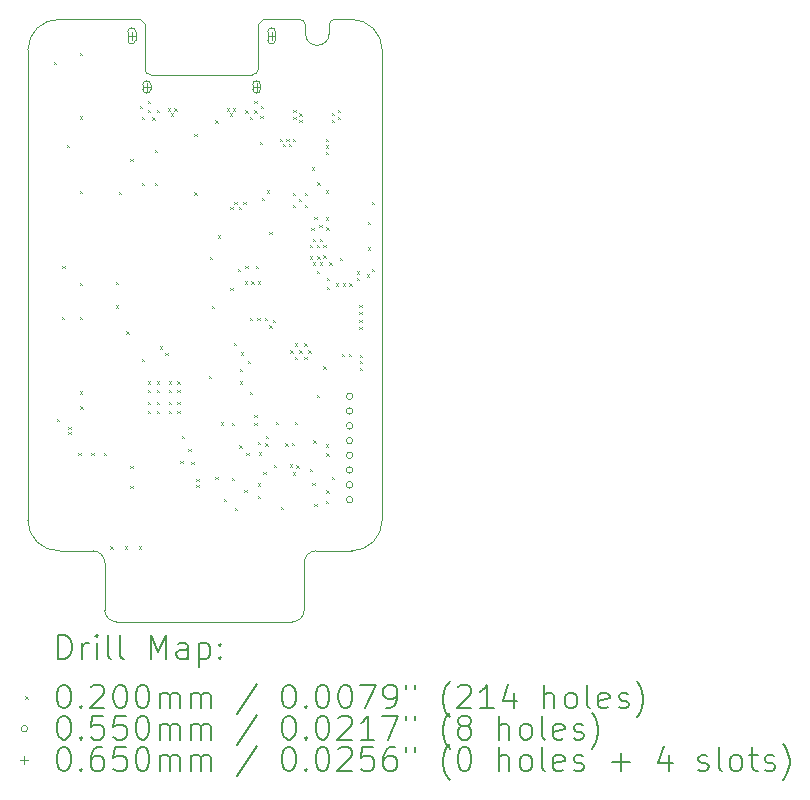
<source format=gbr>
%TF.GenerationSoftware,KiCad,Pcbnew,8.0.3*%
%TF.CreationDate,2024-09-21T17:28:27+02:00*%
%TF.ProjectId,SynchGaze_Transmiter,53796e63-6847-4617-9a65-5f5472616e73,1.0*%
%TF.SameCoordinates,Original*%
%TF.FileFunction,Drillmap*%
%TF.FilePolarity,Positive*%
%FSLAX45Y45*%
G04 Gerber Fmt 4.5, Leading zero omitted, Abs format (unit mm)*
G04 Created by KiCad (PCBNEW 8.0.3) date 2024-09-21 17:28:27*
%MOMM*%
%LPD*%
G01*
G04 APERTURE LIST*
%ADD10C,0.050000*%
%ADD11C,0.200000*%
%ADD12C,0.100000*%
G04 APERTURE END LIST*
D10*
X16850000Y-5630000D02*
X16850000Y-5160000D01*
X13850000Y-5970000D02*
X13849808Y-9140000D01*
X14120000Y-9400000D02*
G75*
G02*
X13849808Y-9140000I-10000J260000D01*
G01*
X13850000Y-5970000D02*
X13849808Y-5160000D01*
X16190000Y-9900000D02*
X16190000Y-9500000D01*
X16400000Y-5020000D02*
X16400000Y-4950000D01*
X14500000Y-9500000D02*
X14500000Y-9900000D01*
X16150000Y-4900000D02*
G75*
G02*
X16200000Y-4950000I0J-50000D01*
G01*
X16850000Y-9140000D02*
X16850000Y-5630000D01*
X16200000Y-5020000D02*
X16200000Y-4950000D01*
X16400000Y-4950000D02*
G75*
G02*
X16450000Y-4900000I50000J0D01*
G01*
X16190000Y-9500000D02*
G75*
G02*
X16290000Y-9400000I100000J0D01*
G01*
X14801285Y-4900000D02*
X14120000Y-4900000D01*
X14400000Y-9400000D02*
G75*
G02*
X14500000Y-9500000I0J-100000D01*
G01*
X14600000Y-10000000D02*
X16090000Y-10000000D01*
X14600000Y-10000000D02*
G75*
G02*
X14500000Y-9900000I0J100000D01*
G01*
X16590000Y-9400000D02*
X16290000Y-9400000D01*
X15841085Y-4900000D02*
X16150000Y-4900000D01*
X14120000Y-9400000D02*
X14400000Y-9400000D01*
X16450000Y-4900000D02*
X16590000Y-4900000D01*
X13849808Y-5160000D02*
G75*
G02*
X14120000Y-4900000I260192J0D01*
G01*
X16400000Y-5020000D02*
G75*
G02*
X16200000Y-5020000I-100000J0D01*
G01*
X16190000Y-9900000D02*
G75*
G02*
X16090000Y-10000000I-100000J0D01*
G01*
X16590000Y-4900000D02*
G75*
G02*
X16850000Y-5160000I0J-260000D01*
G01*
X16850000Y-9140000D02*
G75*
G02*
X16590000Y-9400000I-260000J0D01*
G01*
X14841085Y-5320000D02*
X14841285Y-4939000D01*
X14841285Y-4939000D02*
X14801285Y-4900000D01*
X15751085Y-5369980D02*
X14891085Y-5370000D01*
X15800885Y-4939440D02*
X15801085Y-5320000D01*
X15800885Y-4939440D02*
X15841085Y-4900000D01*
X14891085Y-5370000D02*
G75*
G02*
X14841085Y-5320000I0J50000D01*
G01*
X15801085Y-5320000D02*
G75*
G02*
X15751085Y-5370000I-50000J0D01*
G01*
D11*
D12*
X14070000Y-5260000D02*
X14090000Y-5280000D01*
X14090000Y-5260000D02*
X14070000Y-5280000D01*
X14094620Y-8283100D02*
X14114620Y-8303100D01*
X14114620Y-8283100D02*
X14094620Y-8303100D01*
X14140000Y-7420000D02*
X14160000Y-7440000D01*
X14160000Y-7420000D02*
X14140000Y-7440000D01*
X14142880Y-6985160D02*
X14162880Y-7005160D01*
X14162880Y-6985160D02*
X14142880Y-7005160D01*
X14180000Y-5960000D02*
X14200000Y-5980000D01*
X14200000Y-5960000D02*
X14180000Y-5980000D01*
X14193680Y-8349140D02*
X14213680Y-8369140D01*
X14213680Y-8349140D02*
X14193680Y-8369140D01*
X14193680Y-8394860D02*
X14213680Y-8414860D01*
X14213680Y-8394860D02*
X14193680Y-8414860D01*
X14277500Y-8567580D02*
X14297500Y-8587580D01*
X14297500Y-8567580D02*
X14277500Y-8587580D01*
X14287660Y-5184300D02*
X14307660Y-5204300D01*
X14307660Y-5184300D02*
X14287660Y-5204300D01*
X14290000Y-5720000D02*
X14310000Y-5740000D01*
X14310000Y-5720000D02*
X14290000Y-5740000D01*
X14290000Y-7130000D02*
X14310000Y-7150000D01*
X14310000Y-7130000D02*
X14290000Y-7150000D01*
X14290000Y-7420000D02*
X14310000Y-7440000D01*
X14310000Y-7420000D02*
X14290000Y-7440000D01*
X14290200Y-8049420D02*
X14310200Y-8069420D01*
X14310200Y-8049420D02*
X14290200Y-8069420D01*
X14292290Y-6353700D02*
X14312290Y-6373700D01*
X14312290Y-6353700D02*
X14292290Y-6373700D01*
X14292740Y-8176420D02*
X14312740Y-8196420D01*
X14312740Y-8176420D02*
X14292740Y-8196420D01*
X14386720Y-8567580D02*
X14406720Y-8587580D01*
X14406720Y-8567580D02*
X14386720Y-8587580D01*
X14490860Y-8567580D02*
X14510860Y-8587580D01*
X14510860Y-8567580D02*
X14490860Y-8587580D01*
X14546740Y-9362600D02*
X14566740Y-9382600D01*
X14566740Y-9362600D02*
X14546740Y-9382600D01*
X14592460Y-7119780D02*
X14612460Y-7139780D01*
X14612460Y-7119780D02*
X14592460Y-7139780D01*
X14592460Y-7320440D02*
X14612460Y-7340440D01*
X14612460Y-7320440D02*
X14592460Y-7340440D01*
X14620000Y-6360000D02*
X14640000Y-6380000D01*
X14640000Y-6360000D02*
X14620000Y-6380000D01*
X14671200Y-9362600D02*
X14691200Y-9382600D01*
X14691200Y-9362600D02*
X14671200Y-9382600D01*
X14683900Y-7541420D02*
X14703900Y-7561420D01*
X14703900Y-7541420D02*
X14683900Y-7561420D01*
X14716920Y-8679340D02*
X14736920Y-8699340D01*
X14736920Y-8679340D02*
X14716920Y-8699340D01*
X14716920Y-8852060D02*
X14736920Y-8872060D01*
X14736920Y-8852060D02*
X14716920Y-8872060D01*
X14718128Y-6081872D02*
X14738128Y-6101872D01*
X14738128Y-6081872D02*
X14718128Y-6101872D01*
X14790580Y-9362600D02*
X14810580Y-9382600D01*
X14810580Y-9362600D02*
X14790580Y-9382600D01*
X14798200Y-5633880D02*
X14818200Y-5653880D01*
X14818200Y-5633880D02*
X14798200Y-5653880D01*
X14815980Y-5725320D02*
X14835980Y-5745320D01*
X14835980Y-5725320D02*
X14815980Y-5745320D01*
X14815980Y-6286660D02*
X14835980Y-6306660D01*
X14835980Y-6286660D02*
X14815980Y-6306660D01*
X14815980Y-7772560D02*
X14835980Y-7792560D01*
X14835980Y-7772560D02*
X14815980Y-7792560D01*
X14864240Y-5590700D02*
X14884240Y-5610700D01*
X14884240Y-5590700D02*
X14864240Y-5610700D01*
X14864240Y-5666900D02*
X14884240Y-5686900D01*
X14884240Y-5666900D02*
X14864240Y-5686900D01*
X14866780Y-7965600D02*
X14886780Y-7985600D01*
X14886780Y-7965600D02*
X14866780Y-7985600D01*
X14866780Y-8039260D02*
X14886780Y-8059260D01*
X14886780Y-8039260D02*
X14866780Y-8059260D01*
X14866780Y-8140860D02*
X14886780Y-8160860D01*
X14886780Y-8140860D02*
X14866780Y-8160860D01*
X14866780Y-8214520D02*
X14886780Y-8234520D01*
X14886780Y-8214520D02*
X14866780Y-8234520D01*
X14904880Y-5730400D02*
X14924880Y-5750400D01*
X14924880Y-5730400D02*
X14904880Y-5750400D01*
X14922660Y-6002180D02*
X14942660Y-6022180D01*
X14942660Y-6002180D02*
X14922660Y-6022180D01*
X14922660Y-6286660D02*
X14942660Y-6306660D01*
X14942660Y-6286660D02*
X14922660Y-6306660D01*
X14940440Y-7965600D02*
X14960440Y-7985600D01*
X14960440Y-7965600D02*
X14940440Y-7985600D01*
X14940440Y-8039260D02*
X14960440Y-8059260D01*
X14960440Y-8039260D02*
X14940440Y-8059260D01*
X14940440Y-8140860D02*
X14960440Y-8160860D01*
X14960440Y-8140860D02*
X14940440Y-8160860D01*
X14940440Y-8214520D02*
X14960440Y-8234520D01*
X14960440Y-8214520D02*
X14940440Y-8234520D01*
X14942980Y-5666900D02*
X14962980Y-5686900D01*
X14962980Y-5666900D02*
X14942980Y-5686900D01*
X14965840Y-7668420D02*
X14985840Y-7688420D01*
X14985840Y-7668420D02*
X14965840Y-7688420D01*
X15014100Y-7722560D02*
X15034100Y-7742560D01*
X15034100Y-7722560D02*
X15014100Y-7742560D01*
X15036960Y-5654200D02*
X15056960Y-5674200D01*
X15056960Y-5654200D02*
X15036960Y-5674200D01*
X15042040Y-7965600D02*
X15062040Y-7985600D01*
X15062040Y-7965600D02*
X15042040Y-7985600D01*
X15042040Y-8039260D02*
X15062040Y-8059260D01*
X15062040Y-8039260D02*
X15042040Y-8059260D01*
X15042040Y-8140860D02*
X15062040Y-8160860D01*
X15062040Y-8140860D02*
X15042040Y-8160860D01*
X15042040Y-8214520D02*
X15062040Y-8234520D01*
X15062040Y-8214520D02*
X15042040Y-8234520D01*
X15062360Y-5694840D02*
X15082360Y-5714840D01*
X15082360Y-5694840D02*
X15062360Y-5714840D01*
X15089460Y-5654200D02*
X15109460Y-5674200D01*
X15109460Y-5654200D02*
X15089460Y-5674200D01*
X15115700Y-7965600D02*
X15135700Y-7985600D01*
X15135700Y-7965600D02*
X15115700Y-7985600D01*
X15115700Y-8039260D02*
X15135700Y-8059260D01*
X15135700Y-8039260D02*
X15115700Y-8059260D01*
X15115700Y-8140860D02*
X15135700Y-8160860D01*
X15135700Y-8140860D02*
X15115700Y-8160860D01*
X15115700Y-8214520D02*
X15135700Y-8234520D01*
X15135700Y-8214520D02*
X15115700Y-8234520D01*
X15141100Y-8638700D02*
X15161100Y-8658700D01*
X15161100Y-8638700D02*
X15141100Y-8658700D01*
X15151260Y-8427880D02*
X15171260Y-8447880D01*
X15171260Y-8427880D02*
X15151260Y-8447880D01*
X15209680Y-8537100D02*
X15229680Y-8557100D01*
X15229680Y-8537100D02*
X15209680Y-8557100D01*
X15233810Y-8645050D02*
X15253810Y-8665050D01*
X15253810Y-8645050D02*
X15233810Y-8665050D01*
X15260480Y-5870100D02*
X15280480Y-5890100D01*
X15280480Y-5870100D02*
X15260480Y-5890100D01*
X15260480Y-6365400D02*
X15280480Y-6385400D01*
X15280480Y-6365400D02*
X15260480Y-6385400D01*
X15275720Y-8791100D02*
X15295720Y-8811100D01*
X15295720Y-8791100D02*
X15275720Y-8811100D01*
X15275720Y-8841900D02*
X15295720Y-8861900D01*
X15295720Y-8841900D02*
X15275720Y-8861900D01*
X15380000Y-7920000D02*
X15400000Y-7940000D01*
X15400000Y-7920000D02*
X15380000Y-7940000D01*
X15392560Y-6908960D02*
X15412560Y-6928960D01*
X15412560Y-6908960D02*
X15392560Y-6928960D01*
X15407800Y-7322980D02*
X15427800Y-7342980D01*
X15427800Y-7322980D02*
X15407800Y-7342980D01*
X15435740Y-8770780D02*
X15455740Y-8790780D01*
X15455740Y-8770780D02*
X15435740Y-8790780D01*
X15436085Y-5755800D02*
X15456085Y-5775800D01*
X15456085Y-5755800D02*
X15436085Y-5775800D01*
X15456060Y-6728620D02*
X15476060Y-6748620D01*
X15476060Y-6728620D02*
X15456060Y-6748620D01*
X15483020Y-8312600D02*
X15503020Y-8332600D01*
X15503020Y-8312600D02*
X15483020Y-8332600D01*
X15509400Y-8961280D02*
X15529400Y-8981280D01*
X15529400Y-8961280D02*
X15509400Y-8981280D01*
X15533100Y-5654200D02*
X15553100Y-5674200D01*
X15553100Y-5654200D02*
X15533100Y-5674200D01*
X15560200Y-5694840D02*
X15580200Y-5714840D01*
X15580200Y-5694840D02*
X15560200Y-5714840D01*
X15562740Y-6489860D02*
X15582740Y-6509860D01*
X15582740Y-6489860D02*
X15562740Y-6509860D01*
X15562740Y-7173120D02*
X15582740Y-7193120D01*
X15582740Y-7173120D02*
X15562740Y-7193120D01*
X15577980Y-8316120D02*
X15597980Y-8336120D01*
X15597980Y-8316120D02*
X15577980Y-8336120D01*
X15577980Y-8780940D02*
X15597980Y-8800940D01*
X15597980Y-8780940D02*
X15577980Y-8800940D01*
X15585600Y-5654200D02*
X15605600Y-5674200D01*
X15605600Y-5654200D02*
X15585600Y-5674200D01*
X15595760Y-7637940D02*
X15615760Y-7657940D01*
X15615760Y-7637940D02*
X15595760Y-7657940D01*
X15598300Y-6444140D02*
X15618300Y-6464140D01*
X15618300Y-6444140D02*
X15598300Y-6464140D01*
X15603380Y-9037480D02*
X15623380Y-9057480D01*
X15623380Y-9037480D02*
X15603380Y-9057480D01*
X15626240Y-7010560D02*
X15646240Y-7030560D01*
X15646240Y-7010560D02*
X15626240Y-7030560D01*
X15633860Y-6489860D02*
X15653860Y-6509860D01*
X15653860Y-6489860D02*
X15633860Y-6509860D01*
X15638940Y-8506620D02*
X15658940Y-8526620D01*
X15658940Y-8506620D02*
X15638940Y-8526620D01*
X15644020Y-7965600D02*
X15664020Y-7985600D01*
X15664020Y-7965600D02*
X15644020Y-7985600D01*
X15646560Y-7858860D02*
X15666560Y-7878860D01*
X15666560Y-7858860D02*
X15646560Y-7878860D01*
X15653260Y-7719220D02*
X15673260Y-7739220D01*
X15673260Y-7719220D02*
X15653260Y-7739220D01*
X15674500Y-6444140D02*
X15694500Y-6464140D01*
X15694500Y-6444140D02*
X15674500Y-6464140D01*
X15682120Y-8882540D02*
X15702120Y-8902540D01*
X15702120Y-8882540D02*
X15682120Y-8902540D01*
X15684660Y-7117240D02*
X15704660Y-7137240D01*
X15704660Y-7117240D02*
X15684660Y-7137240D01*
X15692280Y-6987700D02*
X15712280Y-7007700D01*
X15712280Y-6987700D02*
X15692280Y-7007700D01*
X15692280Y-5669440D02*
X15712280Y-5689440D01*
X15712280Y-5669440D02*
X15692280Y-5689440D01*
X15699900Y-8570120D02*
X15719900Y-8590120D01*
X15719900Y-8570120D02*
X15699900Y-8590120D01*
X15710060Y-7790340D02*
X15730060Y-7810340D01*
X15730060Y-7790340D02*
X15710060Y-7810340D01*
X15727840Y-8054500D02*
X15747840Y-8074500D01*
X15747840Y-8054500D02*
X15727840Y-8074500D01*
X15730380Y-5722780D02*
X15750380Y-5742780D01*
X15750380Y-5722780D02*
X15730380Y-5742780D01*
X15730380Y-7427120D02*
X15750380Y-7447120D01*
X15750380Y-7427120D02*
X15730380Y-7447120D01*
X15740540Y-7117240D02*
X15760540Y-7137240D01*
X15760540Y-7117240D02*
X15740540Y-7137240D01*
X15768480Y-5590700D02*
X15788480Y-5610700D01*
X15788480Y-5590700D02*
X15768480Y-5610700D01*
X15768480Y-5669440D02*
X15788480Y-5689440D01*
X15788480Y-5669440D02*
X15768480Y-5689440D01*
X15768480Y-8250080D02*
X15788480Y-8270080D01*
X15788480Y-8250080D02*
X15768480Y-8270080D01*
X15768480Y-8316120D02*
X15788480Y-8336120D01*
X15788480Y-8316120D02*
X15768480Y-8336120D01*
X15781180Y-6987700D02*
X15801180Y-7007700D01*
X15801180Y-6987700D02*
X15781180Y-7007700D01*
X15791340Y-7427120D02*
X15811340Y-7447120D01*
X15811340Y-7427120D02*
X15791340Y-7447120D01*
X15796420Y-7117240D02*
X15816420Y-7137240D01*
X15816420Y-7117240D02*
X15796420Y-7137240D01*
X15796420Y-8829200D02*
X15816420Y-8849200D01*
X15816420Y-8829200D02*
X15796420Y-8849200D01*
X15796420Y-8933340D02*
X15816420Y-8953340D01*
X15816420Y-8933340D02*
X15796420Y-8953340D01*
X15798960Y-8476140D02*
X15818960Y-8496140D01*
X15818960Y-8476140D02*
X15798960Y-8496140D01*
X15802960Y-8565840D02*
X15822960Y-8585840D01*
X15822960Y-8565840D02*
X15802960Y-8585840D01*
X15814200Y-5938680D02*
X15834200Y-5958680D01*
X15834200Y-5938680D02*
X15814200Y-5958680D01*
X15819280Y-5715160D02*
X15839280Y-5735160D01*
X15839280Y-5715160D02*
X15819280Y-5735160D01*
X15821820Y-5631340D02*
X15841820Y-5651340D01*
X15841820Y-5631340D02*
X15821820Y-5651340D01*
X15829440Y-6411120D02*
X15849440Y-6431120D01*
X15849440Y-6411120D02*
X15829440Y-6431120D01*
X15842140Y-8732680D02*
X15862140Y-8752680D01*
X15862140Y-8732680D02*
X15842140Y-8752680D01*
X15854840Y-7427120D02*
X15874840Y-7447120D01*
X15874840Y-7427120D02*
X15854840Y-7447120D01*
X15858840Y-8489640D02*
X15878840Y-8509640D01*
X15878840Y-8489640D02*
X15858840Y-8509640D01*
X15862460Y-8427880D02*
X15882460Y-8447880D01*
X15882460Y-8427880D02*
X15862460Y-8447880D01*
X15872620Y-6346215D02*
X15892620Y-6366215D01*
X15892620Y-6346215D02*
X15872620Y-6366215D01*
X15893414Y-6698801D02*
X15913414Y-6718801D01*
X15913414Y-6698801D02*
X15893414Y-6718801D01*
X15895480Y-7490620D02*
X15915480Y-7510620D01*
X15915480Y-7490620D02*
X15895480Y-7510620D01*
X15923420Y-7444900D02*
X15943420Y-7464900D01*
X15943420Y-7444900D02*
X15923420Y-7464900D01*
X15931040Y-8674260D02*
X15951040Y-8694260D01*
X15951040Y-8674260D02*
X15931040Y-8694260D01*
X15951360Y-8307100D02*
X15971360Y-8327100D01*
X15971360Y-8307100D02*
X15951360Y-8327100D01*
X15981840Y-5910740D02*
X16001840Y-5930740D01*
X16001840Y-5910740D02*
X15981840Y-5930740D01*
X15992000Y-9029860D02*
X16012000Y-9049860D01*
X16012000Y-9029860D02*
X15992000Y-9049860D01*
X16007240Y-5951380D02*
X16027240Y-5971380D01*
X16027240Y-5951380D02*
X16007240Y-5971380D01*
X16030100Y-8488840D02*
X16050100Y-8508840D01*
X16050100Y-8488840D02*
X16030100Y-8508840D01*
X16037720Y-5910740D02*
X16057720Y-5930740D01*
X16057720Y-5910740D02*
X16037720Y-5930740D01*
X16060580Y-5951380D02*
X16080580Y-5971380D01*
X16080580Y-5951380D02*
X16060580Y-5971380D01*
X16065660Y-8666640D02*
X16085660Y-8686640D01*
X16085660Y-8666640D02*
X16065660Y-8686640D01*
X16073280Y-7701440D02*
X16093280Y-7721440D01*
X16093280Y-7701440D02*
X16073280Y-7721440D01*
X16085980Y-8486300D02*
X16105980Y-8506300D01*
X16105980Y-8486300D02*
X16085980Y-8506300D01*
X16091060Y-5910740D02*
X16111060Y-5930740D01*
X16111060Y-5910740D02*
X16091060Y-5930740D01*
X16091060Y-8735220D02*
X16111060Y-8755220D01*
X16111060Y-8735220D02*
X16091060Y-8755220D01*
X16093600Y-6367940D02*
X16113600Y-6387940D01*
X16113600Y-6367940D02*
X16093600Y-6387940D01*
X16093600Y-6469540D02*
X16113600Y-6489540D01*
X16113600Y-6469540D02*
X16093600Y-6489540D01*
X16098680Y-5664360D02*
X16118680Y-5684360D01*
X16118680Y-5664360D02*
X16098680Y-5684360D01*
X16098680Y-5722780D02*
X16118680Y-5742780D01*
X16118680Y-5722780D02*
X16098680Y-5742780D01*
X16111380Y-7643020D02*
X16131380Y-7663020D01*
X16131380Y-7643020D02*
X16111380Y-7663020D01*
X16111380Y-7759860D02*
X16131380Y-7779860D01*
X16131380Y-7759860D02*
X16111380Y-7779860D01*
X16111380Y-8305960D02*
X16131380Y-8325960D01*
X16131380Y-8305960D02*
X16111380Y-8325960D01*
X16121540Y-8676800D02*
X16141540Y-8696800D01*
X16141540Y-8676800D02*
X16121540Y-8696800D01*
X16144400Y-6418740D02*
X16164400Y-6438740D01*
X16164400Y-6418740D02*
X16144400Y-6438740D01*
X16149480Y-5694840D02*
X16169480Y-5714840D01*
X16169480Y-5694840D02*
X16149480Y-5714840D01*
X16149480Y-5750720D02*
X16169480Y-5770720D01*
X16169480Y-5750720D02*
X16149480Y-5770720D01*
X16149480Y-7701440D02*
X16169480Y-7721440D01*
X16169480Y-7701440D02*
X16149480Y-7721440D01*
X16190120Y-7643020D02*
X16210120Y-7663020D01*
X16210120Y-7643020D02*
X16190120Y-7663020D01*
X16190120Y-7759860D02*
X16210120Y-7779860D01*
X16210120Y-7759860D02*
X16190120Y-7779860D01*
X16195200Y-6367940D02*
X16215200Y-6387940D01*
X16215200Y-6367940D02*
X16195200Y-6387940D01*
X16195200Y-6469540D02*
X16215200Y-6489540D01*
X16215200Y-6469540D02*
X16195200Y-6489540D01*
X16223140Y-7701440D02*
X16243140Y-7721440D01*
X16243140Y-7701440D02*
X16223140Y-7721440D01*
X16235840Y-6807360D02*
X16255840Y-6827360D01*
X16255840Y-6807360D02*
X16235840Y-6827360D01*
X16235840Y-6906420D02*
X16255840Y-6926420D01*
X16255840Y-6906420D02*
X16235840Y-6926420D01*
X16235840Y-8707280D02*
X16255840Y-8727280D01*
X16255840Y-8707280D02*
X16235840Y-8727280D01*
X16251080Y-6667660D02*
X16271080Y-6687660D01*
X16271080Y-6667660D02*
X16251080Y-6687660D01*
X16253620Y-6152040D02*
X16273620Y-6172040D01*
X16273620Y-6152040D02*
X16253620Y-6172040D01*
X16258700Y-8821580D02*
X16278700Y-8841580D01*
X16278700Y-8821580D02*
X16258700Y-8841580D01*
X16263780Y-6756560D02*
X16283780Y-6776560D01*
X16283780Y-6756560D02*
X16263780Y-6776560D01*
X16263780Y-6957220D02*
X16283780Y-6977220D01*
X16283780Y-6957220D02*
X16263780Y-6977220D01*
X16266888Y-8462872D02*
X16286888Y-8482872D01*
X16286888Y-8462872D02*
X16266888Y-8482872D01*
X16273940Y-6571140D02*
X16293940Y-6591140D01*
X16293940Y-6571140D02*
X16273940Y-6591140D01*
X16273940Y-8999380D02*
X16293940Y-9019380D01*
X16293940Y-8999380D02*
X16273940Y-9019380D01*
X16294260Y-6807360D02*
X16314260Y-6827360D01*
X16314260Y-6807360D02*
X16294260Y-6827360D01*
X16294260Y-7028340D02*
X16314260Y-7048340D01*
X16314260Y-7028340D02*
X16294260Y-7048340D01*
X16294260Y-8077360D02*
X16314260Y-8097360D01*
X16314260Y-8077360D02*
X16294260Y-8097360D01*
X16299340Y-6906420D02*
X16319340Y-6926420D01*
X16319340Y-6906420D02*
X16299340Y-6926420D01*
X16301880Y-6279040D02*
X16321880Y-6299040D01*
X16321880Y-6279040D02*
X16301880Y-6299040D01*
X16317120Y-6637180D02*
X16337120Y-6657180D01*
X16337120Y-6637180D02*
X16317120Y-6657180D01*
X16322200Y-6756560D02*
X16342200Y-6776560D01*
X16342200Y-6756560D02*
X16322200Y-6776560D01*
X16322840Y-6957220D02*
X16342840Y-6977220D01*
X16342840Y-6957220D02*
X16322840Y-6977220D01*
X16350140Y-6807360D02*
X16370140Y-6827360D01*
X16370140Y-6807360D02*
X16350140Y-6827360D01*
X16350140Y-7838600D02*
X16370140Y-7858600D01*
X16370140Y-7838600D02*
X16350140Y-7858600D01*
X16352680Y-6898800D02*
X16372680Y-6918800D01*
X16372680Y-6898800D02*
X16352680Y-6918800D01*
X16370920Y-8499460D02*
X16390920Y-8519460D01*
X16390920Y-8499460D02*
X16370920Y-8519460D01*
X16373000Y-5910740D02*
X16393000Y-5930740D01*
X16393000Y-5910740D02*
X16373000Y-5930740D01*
X16373000Y-5966620D02*
X16393000Y-5986620D01*
X16393000Y-5966620D02*
X16373000Y-5986620D01*
X16373000Y-6022500D02*
X16393000Y-6042500D01*
X16393000Y-6022500D02*
X16373000Y-6042500D01*
X16373000Y-6347620D02*
X16393000Y-6367620D01*
X16393000Y-6347620D02*
X16373000Y-6367620D01*
X16373000Y-6576220D02*
X16393000Y-6596220D01*
X16393000Y-6576220D02*
X16373000Y-6596220D01*
X16373000Y-8973980D02*
X16393000Y-8993980D01*
X16393000Y-8973980D02*
X16373000Y-8993980D01*
X16376000Y-8575660D02*
X16396000Y-8595660D01*
X16396000Y-8575660D02*
X16376000Y-8595660D01*
X16378080Y-6660040D02*
X16398080Y-6680040D01*
X16398080Y-6660040D02*
X16378080Y-6680040D01*
X16378080Y-8887620D02*
X16398080Y-8907620D01*
X16398080Y-8887620D02*
X16378080Y-8907620D01*
X16380620Y-7089300D02*
X16400620Y-7109300D01*
X16400620Y-7089300D02*
X16380620Y-7109300D01*
X16380620Y-7165500D02*
X16400620Y-7185500D01*
X16400620Y-7165500D02*
X16380620Y-7185500D01*
X16402840Y-6957220D02*
X16422840Y-6977220D01*
X16422840Y-6957220D02*
X16402840Y-6977220D01*
X16421260Y-5692300D02*
X16441260Y-5712300D01*
X16441260Y-5692300D02*
X16421260Y-5712300D01*
X16421260Y-5753260D02*
X16441260Y-5773260D01*
X16441260Y-5753260D02*
X16421260Y-5773260D01*
X16423800Y-8775860D02*
X16443800Y-8795860D01*
X16443800Y-8775860D02*
X16423800Y-8795860D01*
X16459360Y-7135020D02*
X16479360Y-7155020D01*
X16479360Y-7135020D02*
X16459360Y-7155020D01*
X16472060Y-5664360D02*
X16492060Y-5684360D01*
X16492060Y-5664360D02*
X16472060Y-5684360D01*
X16472060Y-5722780D02*
X16492060Y-5742780D01*
X16492060Y-5722780D02*
X16472060Y-5742780D01*
X16489840Y-6919120D02*
X16509840Y-6939120D01*
X16509840Y-6919120D02*
X16489840Y-6939120D01*
X16507620Y-7729380D02*
X16527620Y-7749380D01*
X16527620Y-7729380D02*
X16507620Y-7749380D01*
X16515240Y-7135020D02*
X16535240Y-7155020D01*
X16535240Y-7135020D02*
X16515240Y-7155020D01*
X16566040Y-7729380D02*
X16586040Y-7749380D01*
X16586040Y-7729380D02*
X16566040Y-7749380D01*
X16571120Y-7135020D02*
X16591120Y-7155020D01*
X16591120Y-7135020D02*
X16571120Y-7155020D01*
X16634620Y-7033420D02*
X16654620Y-7053420D01*
X16654620Y-7033420D02*
X16634620Y-7053420D01*
X16634620Y-7089300D02*
X16654620Y-7109300D01*
X16654620Y-7089300D02*
X16634620Y-7109300D01*
X16654940Y-7317900D02*
X16674940Y-7337900D01*
X16674940Y-7317900D02*
X16654940Y-7337900D01*
X16654940Y-7378860D02*
X16674940Y-7398860D01*
X16674940Y-7378860D02*
X16654940Y-7398860D01*
X16654940Y-7442360D02*
X16674940Y-7462360D01*
X16674940Y-7442360D02*
X16654940Y-7462360D01*
X16654940Y-7505860D02*
X16674940Y-7525860D01*
X16674940Y-7505860D02*
X16654940Y-7525860D01*
X16660020Y-7739540D02*
X16680020Y-7759540D01*
X16680020Y-7739540D02*
X16660020Y-7759540D01*
X16660020Y-7792880D02*
X16680020Y-7812880D01*
X16680020Y-7792880D02*
X16660020Y-7812880D01*
X16660020Y-7848760D02*
X16680020Y-7868760D01*
X16680020Y-7848760D02*
X16660020Y-7868760D01*
X16718440Y-7058820D02*
X16738440Y-7078820D01*
X16738440Y-7058820D02*
X16718440Y-7078820D01*
X16728600Y-6614320D02*
X16748600Y-6634320D01*
X16748600Y-6614320D02*
X16728600Y-6634320D01*
X16728600Y-6830220D02*
X16748600Y-6850220D01*
X16748600Y-6830220D02*
X16728600Y-6850220D01*
X16761620Y-7013100D02*
X16781620Y-7033100D01*
X16781620Y-7013100D02*
X16761620Y-7033100D01*
X16764160Y-6444140D02*
X16784160Y-6464140D01*
X16784160Y-6444140D02*
X16764160Y-6464140D01*
X16601000Y-8091200D02*
G75*
G02*
X16546000Y-8091200I-27500J0D01*
G01*
X16546000Y-8091200D02*
G75*
G02*
X16601000Y-8091200I27500J0D01*
G01*
X16601000Y-8216200D02*
G75*
G02*
X16546000Y-8216200I-27500J0D01*
G01*
X16546000Y-8216200D02*
G75*
G02*
X16601000Y-8216200I27500J0D01*
G01*
X16601000Y-8341200D02*
G75*
G02*
X16546000Y-8341200I-27500J0D01*
G01*
X16546000Y-8341200D02*
G75*
G02*
X16601000Y-8341200I27500J0D01*
G01*
X16601000Y-8466200D02*
G75*
G02*
X16546000Y-8466200I-27500J0D01*
G01*
X16546000Y-8466200D02*
G75*
G02*
X16601000Y-8466200I27500J0D01*
G01*
X16601000Y-8591200D02*
G75*
G02*
X16546000Y-8591200I-27500J0D01*
G01*
X16546000Y-8591200D02*
G75*
G02*
X16601000Y-8591200I27500J0D01*
G01*
X16601000Y-8716200D02*
G75*
G02*
X16546000Y-8716200I-27500J0D01*
G01*
X16546000Y-8716200D02*
G75*
G02*
X16601000Y-8716200I27500J0D01*
G01*
X16601000Y-8841200D02*
G75*
G02*
X16546000Y-8841200I-27500J0D01*
G01*
X16546000Y-8841200D02*
G75*
G02*
X16601000Y-8841200I27500J0D01*
G01*
X16601000Y-8966200D02*
G75*
G02*
X16546000Y-8966200I-27500J0D01*
G01*
X16546000Y-8966200D02*
G75*
G02*
X16601000Y-8966200I27500J0D01*
G01*
X14729085Y-5007500D02*
X14729085Y-5072500D01*
X14696585Y-5040000D02*
X14761585Y-5040000D01*
X14761585Y-5075000D02*
X14761585Y-5005000D01*
X14696585Y-5005000D02*
G75*
G02*
X14761585Y-5005000I32500J0D01*
G01*
X14696585Y-5005000D02*
X14696585Y-5075000D01*
X14696585Y-5075000D02*
G75*
G03*
X14761585Y-5075000I32500J0D01*
G01*
X14856085Y-5439500D02*
X14856085Y-5504500D01*
X14823585Y-5472000D02*
X14888585Y-5472000D01*
X14888585Y-5492000D02*
X14888585Y-5452000D01*
X14823585Y-5452000D02*
G75*
G02*
X14888585Y-5452000I32500J0D01*
G01*
X14823585Y-5452000D02*
X14823585Y-5492000D01*
X14823585Y-5492000D02*
G75*
G03*
X14888585Y-5492000I32500J0D01*
G01*
X15786085Y-5439500D02*
X15786085Y-5504500D01*
X15753585Y-5472000D02*
X15818585Y-5472000D01*
X15818585Y-5492000D02*
X15818585Y-5452000D01*
X15753585Y-5452000D02*
G75*
G02*
X15818585Y-5452000I32500J0D01*
G01*
X15753585Y-5452000D02*
X15753585Y-5492000D01*
X15753585Y-5492000D02*
G75*
G03*
X15818585Y-5492000I32500J0D01*
G01*
X15913085Y-5007500D02*
X15913085Y-5072500D01*
X15880585Y-5040000D02*
X15945585Y-5040000D01*
X15945585Y-5075000D02*
X15945585Y-5005000D01*
X15880585Y-5005000D02*
G75*
G02*
X15945585Y-5005000I32500J0D01*
G01*
X15880585Y-5005000D02*
X15880585Y-5075000D01*
X15880585Y-5075000D02*
G75*
G03*
X15945585Y-5075000I32500J0D01*
G01*
D11*
X14108085Y-10313984D02*
X14108085Y-10113984D01*
X14108085Y-10113984D02*
X14155704Y-10113984D01*
X14155704Y-10113984D02*
X14184275Y-10123508D01*
X14184275Y-10123508D02*
X14203323Y-10142555D01*
X14203323Y-10142555D02*
X14212846Y-10161603D01*
X14212846Y-10161603D02*
X14222370Y-10199698D01*
X14222370Y-10199698D02*
X14222370Y-10228270D01*
X14222370Y-10228270D02*
X14212846Y-10266365D01*
X14212846Y-10266365D02*
X14203323Y-10285412D01*
X14203323Y-10285412D02*
X14184275Y-10304460D01*
X14184275Y-10304460D02*
X14155704Y-10313984D01*
X14155704Y-10313984D02*
X14108085Y-10313984D01*
X14308085Y-10313984D02*
X14308085Y-10180650D01*
X14308085Y-10218746D02*
X14317608Y-10199698D01*
X14317608Y-10199698D02*
X14327132Y-10190174D01*
X14327132Y-10190174D02*
X14346180Y-10180650D01*
X14346180Y-10180650D02*
X14365227Y-10180650D01*
X14431894Y-10313984D02*
X14431894Y-10180650D01*
X14431894Y-10113984D02*
X14422370Y-10123508D01*
X14422370Y-10123508D02*
X14431894Y-10133031D01*
X14431894Y-10133031D02*
X14441418Y-10123508D01*
X14441418Y-10123508D02*
X14431894Y-10113984D01*
X14431894Y-10113984D02*
X14431894Y-10133031D01*
X14555704Y-10313984D02*
X14536656Y-10304460D01*
X14536656Y-10304460D02*
X14527132Y-10285412D01*
X14527132Y-10285412D02*
X14527132Y-10113984D01*
X14660465Y-10313984D02*
X14641418Y-10304460D01*
X14641418Y-10304460D02*
X14631894Y-10285412D01*
X14631894Y-10285412D02*
X14631894Y-10113984D01*
X14889037Y-10313984D02*
X14889037Y-10113984D01*
X14889037Y-10113984D02*
X14955704Y-10256841D01*
X14955704Y-10256841D02*
X15022370Y-10113984D01*
X15022370Y-10113984D02*
X15022370Y-10313984D01*
X15203323Y-10313984D02*
X15203323Y-10209222D01*
X15203323Y-10209222D02*
X15193799Y-10190174D01*
X15193799Y-10190174D02*
X15174751Y-10180650D01*
X15174751Y-10180650D02*
X15136656Y-10180650D01*
X15136656Y-10180650D02*
X15117608Y-10190174D01*
X15203323Y-10304460D02*
X15184275Y-10313984D01*
X15184275Y-10313984D02*
X15136656Y-10313984D01*
X15136656Y-10313984D02*
X15117608Y-10304460D01*
X15117608Y-10304460D02*
X15108085Y-10285412D01*
X15108085Y-10285412D02*
X15108085Y-10266365D01*
X15108085Y-10266365D02*
X15117608Y-10247317D01*
X15117608Y-10247317D02*
X15136656Y-10237793D01*
X15136656Y-10237793D02*
X15184275Y-10237793D01*
X15184275Y-10237793D02*
X15203323Y-10228270D01*
X15298561Y-10180650D02*
X15298561Y-10380650D01*
X15298561Y-10190174D02*
X15317608Y-10180650D01*
X15317608Y-10180650D02*
X15355704Y-10180650D01*
X15355704Y-10180650D02*
X15374751Y-10190174D01*
X15374751Y-10190174D02*
X15384275Y-10199698D01*
X15384275Y-10199698D02*
X15393799Y-10218746D01*
X15393799Y-10218746D02*
X15393799Y-10275889D01*
X15393799Y-10275889D02*
X15384275Y-10294936D01*
X15384275Y-10294936D02*
X15374751Y-10304460D01*
X15374751Y-10304460D02*
X15355704Y-10313984D01*
X15355704Y-10313984D02*
X15317608Y-10313984D01*
X15317608Y-10313984D02*
X15298561Y-10304460D01*
X15479513Y-10294936D02*
X15489037Y-10304460D01*
X15489037Y-10304460D02*
X15479513Y-10313984D01*
X15479513Y-10313984D02*
X15469989Y-10304460D01*
X15469989Y-10304460D02*
X15479513Y-10294936D01*
X15479513Y-10294936D02*
X15479513Y-10313984D01*
X15479513Y-10190174D02*
X15489037Y-10199698D01*
X15489037Y-10199698D02*
X15479513Y-10209222D01*
X15479513Y-10209222D02*
X15469989Y-10199698D01*
X15469989Y-10199698D02*
X15479513Y-10190174D01*
X15479513Y-10190174D02*
X15479513Y-10209222D01*
D12*
X13827308Y-10632500D02*
X13847308Y-10652500D01*
X13847308Y-10632500D02*
X13827308Y-10652500D01*
D11*
X14146180Y-10533984D02*
X14165227Y-10533984D01*
X14165227Y-10533984D02*
X14184275Y-10543508D01*
X14184275Y-10543508D02*
X14193799Y-10553031D01*
X14193799Y-10553031D02*
X14203323Y-10572079D01*
X14203323Y-10572079D02*
X14212846Y-10610174D01*
X14212846Y-10610174D02*
X14212846Y-10657793D01*
X14212846Y-10657793D02*
X14203323Y-10695889D01*
X14203323Y-10695889D02*
X14193799Y-10714936D01*
X14193799Y-10714936D02*
X14184275Y-10724460D01*
X14184275Y-10724460D02*
X14165227Y-10733984D01*
X14165227Y-10733984D02*
X14146180Y-10733984D01*
X14146180Y-10733984D02*
X14127132Y-10724460D01*
X14127132Y-10724460D02*
X14117608Y-10714936D01*
X14117608Y-10714936D02*
X14108085Y-10695889D01*
X14108085Y-10695889D02*
X14098561Y-10657793D01*
X14098561Y-10657793D02*
X14098561Y-10610174D01*
X14098561Y-10610174D02*
X14108085Y-10572079D01*
X14108085Y-10572079D02*
X14117608Y-10553031D01*
X14117608Y-10553031D02*
X14127132Y-10543508D01*
X14127132Y-10543508D02*
X14146180Y-10533984D01*
X14298561Y-10714936D02*
X14308085Y-10724460D01*
X14308085Y-10724460D02*
X14298561Y-10733984D01*
X14298561Y-10733984D02*
X14289037Y-10724460D01*
X14289037Y-10724460D02*
X14298561Y-10714936D01*
X14298561Y-10714936D02*
X14298561Y-10733984D01*
X14384275Y-10553031D02*
X14393799Y-10543508D01*
X14393799Y-10543508D02*
X14412846Y-10533984D01*
X14412846Y-10533984D02*
X14460466Y-10533984D01*
X14460466Y-10533984D02*
X14479513Y-10543508D01*
X14479513Y-10543508D02*
X14489037Y-10553031D01*
X14489037Y-10553031D02*
X14498561Y-10572079D01*
X14498561Y-10572079D02*
X14498561Y-10591127D01*
X14498561Y-10591127D02*
X14489037Y-10619698D01*
X14489037Y-10619698D02*
X14374751Y-10733984D01*
X14374751Y-10733984D02*
X14498561Y-10733984D01*
X14622370Y-10533984D02*
X14641418Y-10533984D01*
X14641418Y-10533984D02*
X14660466Y-10543508D01*
X14660466Y-10543508D02*
X14669989Y-10553031D01*
X14669989Y-10553031D02*
X14679513Y-10572079D01*
X14679513Y-10572079D02*
X14689037Y-10610174D01*
X14689037Y-10610174D02*
X14689037Y-10657793D01*
X14689037Y-10657793D02*
X14679513Y-10695889D01*
X14679513Y-10695889D02*
X14669989Y-10714936D01*
X14669989Y-10714936D02*
X14660466Y-10724460D01*
X14660466Y-10724460D02*
X14641418Y-10733984D01*
X14641418Y-10733984D02*
X14622370Y-10733984D01*
X14622370Y-10733984D02*
X14603323Y-10724460D01*
X14603323Y-10724460D02*
X14593799Y-10714936D01*
X14593799Y-10714936D02*
X14584275Y-10695889D01*
X14584275Y-10695889D02*
X14574751Y-10657793D01*
X14574751Y-10657793D02*
X14574751Y-10610174D01*
X14574751Y-10610174D02*
X14584275Y-10572079D01*
X14584275Y-10572079D02*
X14593799Y-10553031D01*
X14593799Y-10553031D02*
X14603323Y-10543508D01*
X14603323Y-10543508D02*
X14622370Y-10533984D01*
X14812846Y-10533984D02*
X14831894Y-10533984D01*
X14831894Y-10533984D02*
X14850942Y-10543508D01*
X14850942Y-10543508D02*
X14860466Y-10553031D01*
X14860466Y-10553031D02*
X14869989Y-10572079D01*
X14869989Y-10572079D02*
X14879513Y-10610174D01*
X14879513Y-10610174D02*
X14879513Y-10657793D01*
X14879513Y-10657793D02*
X14869989Y-10695889D01*
X14869989Y-10695889D02*
X14860466Y-10714936D01*
X14860466Y-10714936D02*
X14850942Y-10724460D01*
X14850942Y-10724460D02*
X14831894Y-10733984D01*
X14831894Y-10733984D02*
X14812846Y-10733984D01*
X14812846Y-10733984D02*
X14793799Y-10724460D01*
X14793799Y-10724460D02*
X14784275Y-10714936D01*
X14784275Y-10714936D02*
X14774751Y-10695889D01*
X14774751Y-10695889D02*
X14765227Y-10657793D01*
X14765227Y-10657793D02*
X14765227Y-10610174D01*
X14765227Y-10610174D02*
X14774751Y-10572079D01*
X14774751Y-10572079D02*
X14784275Y-10553031D01*
X14784275Y-10553031D02*
X14793799Y-10543508D01*
X14793799Y-10543508D02*
X14812846Y-10533984D01*
X14965227Y-10733984D02*
X14965227Y-10600650D01*
X14965227Y-10619698D02*
X14974751Y-10610174D01*
X14974751Y-10610174D02*
X14993799Y-10600650D01*
X14993799Y-10600650D02*
X15022370Y-10600650D01*
X15022370Y-10600650D02*
X15041418Y-10610174D01*
X15041418Y-10610174D02*
X15050942Y-10629222D01*
X15050942Y-10629222D02*
X15050942Y-10733984D01*
X15050942Y-10629222D02*
X15060466Y-10610174D01*
X15060466Y-10610174D02*
X15079513Y-10600650D01*
X15079513Y-10600650D02*
X15108085Y-10600650D01*
X15108085Y-10600650D02*
X15127132Y-10610174D01*
X15127132Y-10610174D02*
X15136656Y-10629222D01*
X15136656Y-10629222D02*
X15136656Y-10733984D01*
X15231894Y-10733984D02*
X15231894Y-10600650D01*
X15231894Y-10619698D02*
X15241418Y-10610174D01*
X15241418Y-10610174D02*
X15260466Y-10600650D01*
X15260466Y-10600650D02*
X15289037Y-10600650D01*
X15289037Y-10600650D02*
X15308085Y-10610174D01*
X15308085Y-10610174D02*
X15317608Y-10629222D01*
X15317608Y-10629222D02*
X15317608Y-10733984D01*
X15317608Y-10629222D02*
X15327132Y-10610174D01*
X15327132Y-10610174D02*
X15346180Y-10600650D01*
X15346180Y-10600650D02*
X15374751Y-10600650D01*
X15374751Y-10600650D02*
X15393799Y-10610174D01*
X15393799Y-10610174D02*
X15403323Y-10629222D01*
X15403323Y-10629222D02*
X15403323Y-10733984D01*
X15793799Y-10524460D02*
X15622370Y-10781603D01*
X16050942Y-10533984D02*
X16069990Y-10533984D01*
X16069990Y-10533984D02*
X16089037Y-10543508D01*
X16089037Y-10543508D02*
X16098561Y-10553031D01*
X16098561Y-10553031D02*
X16108085Y-10572079D01*
X16108085Y-10572079D02*
X16117609Y-10610174D01*
X16117609Y-10610174D02*
X16117609Y-10657793D01*
X16117609Y-10657793D02*
X16108085Y-10695889D01*
X16108085Y-10695889D02*
X16098561Y-10714936D01*
X16098561Y-10714936D02*
X16089037Y-10724460D01*
X16089037Y-10724460D02*
X16069990Y-10733984D01*
X16069990Y-10733984D02*
X16050942Y-10733984D01*
X16050942Y-10733984D02*
X16031894Y-10724460D01*
X16031894Y-10724460D02*
X16022370Y-10714936D01*
X16022370Y-10714936D02*
X16012847Y-10695889D01*
X16012847Y-10695889D02*
X16003323Y-10657793D01*
X16003323Y-10657793D02*
X16003323Y-10610174D01*
X16003323Y-10610174D02*
X16012847Y-10572079D01*
X16012847Y-10572079D02*
X16022370Y-10553031D01*
X16022370Y-10553031D02*
X16031894Y-10543508D01*
X16031894Y-10543508D02*
X16050942Y-10533984D01*
X16203323Y-10714936D02*
X16212847Y-10724460D01*
X16212847Y-10724460D02*
X16203323Y-10733984D01*
X16203323Y-10733984D02*
X16193799Y-10724460D01*
X16193799Y-10724460D02*
X16203323Y-10714936D01*
X16203323Y-10714936D02*
X16203323Y-10733984D01*
X16336656Y-10533984D02*
X16355704Y-10533984D01*
X16355704Y-10533984D02*
X16374751Y-10543508D01*
X16374751Y-10543508D02*
X16384275Y-10553031D01*
X16384275Y-10553031D02*
X16393799Y-10572079D01*
X16393799Y-10572079D02*
X16403323Y-10610174D01*
X16403323Y-10610174D02*
X16403323Y-10657793D01*
X16403323Y-10657793D02*
X16393799Y-10695889D01*
X16393799Y-10695889D02*
X16384275Y-10714936D01*
X16384275Y-10714936D02*
X16374751Y-10724460D01*
X16374751Y-10724460D02*
X16355704Y-10733984D01*
X16355704Y-10733984D02*
X16336656Y-10733984D01*
X16336656Y-10733984D02*
X16317609Y-10724460D01*
X16317609Y-10724460D02*
X16308085Y-10714936D01*
X16308085Y-10714936D02*
X16298561Y-10695889D01*
X16298561Y-10695889D02*
X16289037Y-10657793D01*
X16289037Y-10657793D02*
X16289037Y-10610174D01*
X16289037Y-10610174D02*
X16298561Y-10572079D01*
X16298561Y-10572079D02*
X16308085Y-10553031D01*
X16308085Y-10553031D02*
X16317609Y-10543508D01*
X16317609Y-10543508D02*
X16336656Y-10533984D01*
X16527132Y-10533984D02*
X16546180Y-10533984D01*
X16546180Y-10533984D02*
X16565228Y-10543508D01*
X16565228Y-10543508D02*
X16574751Y-10553031D01*
X16574751Y-10553031D02*
X16584275Y-10572079D01*
X16584275Y-10572079D02*
X16593799Y-10610174D01*
X16593799Y-10610174D02*
X16593799Y-10657793D01*
X16593799Y-10657793D02*
X16584275Y-10695889D01*
X16584275Y-10695889D02*
X16574751Y-10714936D01*
X16574751Y-10714936D02*
X16565228Y-10724460D01*
X16565228Y-10724460D02*
X16546180Y-10733984D01*
X16546180Y-10733984D02*
X16527132Y-10733984D01*
X16527132Y-10733984D02*
X16508085Y-10724460D01*
X16508085Y-10724460D02*
X16498561Y-10714936D01*
X16498561Y-10714936D02*
X16489037Y-10695889D01*
X16489037Y-10695889D02*
X16479513Y-10657793D01*
X16479513Y-10657793D02*
X16479513Y-10610174D01*
X16479513Y-10610174D02*
X16489037Y-10572079D01*
X16489037Y-10572079D02*
X16498561Y-10553031D01*
X16498561Y-10553031D02*
X16508085Y-10543508D01*
X16508085Y-10543508D02*
X16527132Y-10533984D01*
X16660466Y-10533984D02*
X16793799Y-10533984D01*
X16793799Y-10533984D02*
X16708085Y-10733984D01*
X16879513Y-10733984D02*
X16917609Y-10733984D01*
X16917609Y-10733984D02*
X16936656Y-10724460D01*
X16936656Y-10724460D02*
X16946180Y-10714936D01*
X16946180Y-10714936D02*
X16965228Y-10686365D01*
X16965228Y-10686365D02*
X16974752Y-10648270D01*
X16974752Y-10648270D02*
X16974752Y-10572079D01*
X16974752Y-10572079D02*
X16965228Y-10553031D01*
X16965228Y-10553031D02*
X16955704Y-10543508D01*
X16955704Y-10543508D02*
X16936656Y-10533984D01*
X16936656Y-10533984D02*
X16898561Y-10533984D01*
X16898561Y-10533984D02*
X16879513Y-10543508D01*
X16879513Y-10543508D02*
X16869990Y-10553031D01*
X16869990Y-10553031D02*
X16860466Y-10572079D01*
X16860466Y-10572079D02*
X16860466Y-10619698D01*
X16860466Y-10619698D02*
X16869990Y-10638746D01*
X16869990Y-10638746D02*
X16879513Y-10648270D01*
X16879513Y-10648270D02*
X16898561Y-10657793D01*
X16898561Y-10657793D02*
X16936656Y-10657793D01*
X16936656Y-10657793D02*
X16955704Y-10648270D01*
X16955704Y-10648270D02*
X16965228Y-10638746D01*
X16965228Y-10638746D02*
X16974752Y-10619698D01*
X17050942Y-10533984D02*
X17050942Y-10572079D01*
X17127133Y-10533984D02*
X17127133Y-10572079D01*
X17422371Y-10810174D02*
X17412847Y-10800650D01*
X17412847Y-10800650D02*
X17393799Y-10772079D01*
X17393799Y-10772079D02*
X17384275Y-10753031D01*
X17384275Y-10753031D02*
X17374752Y-10724460D01*
X17374752Y-10724460D02*
X17365228Y-10676841D01*
X17365228Y-10676841D02*
X17365228Y-10638746D01*
X17365228Y-10638746D02*
X17374752Y-10591127D01*
X17374752Y-10591127D02*
X17384275Y-10562555D01*
X17384275Y-10562555D02*
X17393799Y-10543508D01*
X17393799Y-10543508D02*
X17412847Y-10514936D01*
X17412847Y-10514936D02*
X17422371Y-10505412D01*
X17489037Y-10553031D02*
X17498561Y-10543508D01*
X17498561Y-10543508D02*
X17517609Y-10533984D01*
X17517609Y-10533984D02*
X17565228Y-10533984D01*
X17565228Y-10533984D02*
X17584275Y-10543508D01*
X17584275Y-10543508D02*
X17593799Y-10553031D01*
X17593799Y-10553031D02*
X17603323Y-10572079D01*
X17603323Y-10572079D02*
X17603323Y-10591127D01*
X17603323Y-10591127D02*
X17593799Y-10619698D01*
X17593799Y-10619698D02*
X17479514Y-10733984D01*
X17479514Y-10733984D02*
X17603323Y-10733984D01*
X17793799Y-10733984D02*
X17679514Y-10733984D01*
X17736656Y-10733984D02*
X17736656Y-10533984D01*
X17736656Y-10533984D02*
X17717609Y-10562555D01*
X17717609Y-10562555D02*
X17698561Y-10581603D01*
X17698561Y-10581603D02*
X17679514Y-10591127D01*
X17965228Y-10600650D02*
X17965228Y-10733984D01*
X17917609Y-10524460D02*
X17869990Y-10667317D01*
X17869990Y-10667317D02*
X17993799Y-10667317D01*
X18222371Y-10733984D02*
X18222371Y-10533984D01*
X18308085Y-10733984D02*
X18308085Y-10629222D01*
X18308085Y-10629222D02*
X18298561Y-10610174D01*
X18298561Y-10610174D02*
X18279514Y-10600650D01*
X18279514Y-10600650D02*
X18250942Y-10600650D01*
X18250942Y-10600650D02*
X18231895Y-10610174D01*
X18231895Y-10610174D02*
X18222371Y-10619698D01*
X18431895Y-10733984D02*
X18412847Y-10724460D01*
X18412847Y-10724460D02*
X18403323Y-10714936D01*
X18403323Y-10714936D02*
X18393799Y-10695889D01*
X18393799Y-10695889D02*
X18393799Y-10638746D01*
X18393799Y-10638746D02*
X18403323Y-10619698D01*
X18403323Y-10619698D02*
X18412847Y-10610174D01*
X18412847Y-10610174D02*
X18431895Y-10600650D01*
X18431895Y-10600650D02*
X18460466Y-10600650D01*
X18460466Y-10600650D02*
X18479514Y-10610174D01*
X18479514Y-10610174D02*
X18489037Y-10619698D01*
X18489037Y-10619698D02*
X18498561Y-10638746D01*
X18498561Y-10638746D02*
X18498561Y-10695889D01*
X18498561Y-10695889D02*
X18489037Y-10714936D01*
X18489037Y-10714936D02*
X18479514Y-10724460D01*
X18479514Y-10724460D02*
X18460466Y-10733984D01*
X18460466Y-10733984D02*
X18431895Y-10733984D01*
X18612847Y-10733984D02*
X18593799Y-10724460D01*
X18593799Y-10724460D02*
X18584276Y-10705412D01*
X18584276Y-10705412D02*
X18584276Y-10533984D01*
X18765228Y-10724460D02*
X18746180Y-10733984D01*
X18746180Y-10733984D02*
X18708085Y-10733984D01*
X18708085Y-10733984D02*
X18689037Y-10724460D01*
X18689037Y-10724460D02*
X18679514Y-10705412D01*
X18679514Y-10705412D02*
X18679514Y-10629222D01*
X18679514Y-10629222D02*
X18689037Y-10610174D01*
X18689037Y-10610174D02*
X18708085Y-10600650D01*
X18708085Y-10600650D02*
X18746180Y-10600650D01*
X18746180Y-10600650D02*
X18765228Y-10610174D01*
X18765228Y-10610174D02*
X18774752Y-10629222D01*
X18774752Y-10629222D02*
X18774752Y-10648270D01*
X18774752Y-10648270D02*
X18679514Y-10667317D01*
X18850942Y-10724460D02*
X18869990Y-10733984D01*
X18869990Y-10733984D02*
X18908085Y-10733984D01*
X18908085Y-10733984D02*
X18927133Y-10724460D01*
X18927133Y-10724460D02*
X18936657Y-10705412D01*
X18936657Y-10705412D02*
X18936657Y-10695889D01*
X18936657Y-10695889D02*
X18927133Y-10676841D01*
X18927133Y-10676841D02*
X18908085Y-10667317D01*
X18908085Y-10667317D02*
X18879514Y-10667317D01*
X18879514Y-10667317D02*
X18860466Y-10657793D01*
X18860466Y-10657793D02*
X18850942Y-10638746D01*
X18850942Y-10638746D02*
X18850942Y-10629222D01*
X18850942Y-10629222D02*
X18860466Y-10610174D01*
X18860466Y-10610174D02*
X18879514Y-10600650D01*
X18879514Y-10600650D02*
X18908085Y-10600650D01*
X18908085Y-10600650D02*
X18927133Y-10610174D01*
X19003323Y-10810174D02*
X19012847Y-10800650D01*
X19012847Y-10800650D02*
X19031895Y-10772079D01*
X19031895Y-10772079D02*
X19041418Y-10753031D01*
X19041418Y-10753031D02*
X19050942Y-10724460D01*
X19050942Y-10724460D02*
X19060466Y-10676841D01*
X19060466Y-10676841D02*
X19060466Y-10638746D01*
X19060466Y-10638746D02*
X19050942Y-10591127D01*
X19050942Y-10591127D02*
X19041418Y-10562555D01*
X19041418Y-10562555D02*
X19031895Y-10543508D01*
X19031895Y-10543508D02*
X19012847Y-10514936D01*
X19012847Y-10514936D02*
X19003323Y-10505412D01*
D12*
X13847308Y-10906500D02*
G75*
G02*
X13792308Y-10906500I-27500J0D01*
G01*
X13792308Y-10906500D02*
G75*
G02*
X13847308Y-10906500I27500J0D01*
G01*
D11*
X14146180Y-10797984D02*
X14165227Y-10797984D01*
X14165227Y-10797984D02*
X14184275Y-10807508D01*
X14184275Y-10807508D02*
X14193799Y-10817031D01*
X14193799Y-10817031D02*
X14203323Y-10836079D01*
X14203323Y-10836079D02*
X14212846Y-10874174D01*
X14212846Y-10874174D02*
X14212846Y-10921793D01*
X14212846Y-10921793D02*
X14203323Y-10959889D01*
X14203323Y-10959889D02*
X14193799Y-10978936D01*
X14193799Y-10978936D02*
X14184275Y-10988460D01*
X14184275Y-10988460D02*
X14165227Y-10997984D01*
X14165227Y-10997984D02*
X14146180Y-10997984D01*
X14146180Y-10997984D02*
X14127132Y-10988460D01*
X14127132Y-10988460D02*
X14117608Y-10978936D01*
X14117608Y-10978936D02*
X14108085Y-10959889D01*
X14108085Y-10959889D02*
X14098561Y-10921793D01*
X14098561Y-10921793D02*
X14098561Y-10874174D01*
X14098561Y-10874174D02*
X14108085Y-10836079D01*
X14108085Y-10836079D02*
X14117608Y-10817031D01*
X14117608Y-10817031D02*
X14127132Y-10807508D01*
X14127132Y-10807508D02*
X14146180Y-10797984D01*
X14298561Y-10978936D02*
X14308085Y-10988460D01*
X14308085Y-10988460D02*
X14298561Y-10997984D01*
X14298561Y-10997984D02*
X14289037Y-10988460D01*
X14289037Y-10988460D02*
X14298561Y-10978936D01*
X14298561Y-10978936D02*
X14298561Y-10997984D01*
X14489037Y-10797984D02*
X14393799Y-10797984D01*
X14393799Y-10797984D02*
X14384275Y-10893222D01*
X14384275Y-10893222D02*
X14393799Y-10883698D01*
X14393799Y-10883698D02*
X14412846Y-10874174D01*
X14412846Y-10874174D02*
X14460466Y-10874174D01*
X14460466Y-10874174D02*
X14479513Y-10883698D01*
X14479513Y-10883698D02*
X14489037Y-10893222D01*
X14489037Y-10893222D02*
X14498561Y-10912270D01*
X14498561Y-10912270D02*
X14498561Y-10959889D01*
X14498561Y-10959889D02*
X14489037Y-10978936D01*
X14489037Y-10978936D02*
X14479513Y-10988460D01*
X14479513Y-10988460D02*
X14460466Y-10997984D01*
X14460466Y-10997984D02*
X14412846Y-10997984D01*
X14412846Y-10997984D02*
X14393799Y-10988460D01*
X14393799Y-10988460D02*
X14384275Y-10978936D01*
X14679513Y-10797984D02*
X14584275Y-10797984D01*
X14584275Y-10797984D02*
X14574751Y-10893222D01*
X14574751Y-10893222D02*
X14584275Y-10883698D01*
X14584275Y-10883698D02*
X14603323Y-10874174D01*
X14603323Y-10874174D02*
X14650942Y-10874174D01*
X14650942Y-10874174D02*
X14669989Y-10883698D01*
X14669989Y-10883698D02*
X14679513Y-10893222D01*
X14679513Y-10893222D02*
X14689037Y-10912270D01*
X14689037Y-10912270D02*
X14689037Y-10959889D01*
X14689037Y-10959889D02*
X14679513Y-10978936D01*
X14679513Y-10978936D02*
X14669989Y-10988460D01*
X14669989Y-10988460D02*
X14650942Y-10997984D01*
X14650942Y-10997984D02*
X14603323Y-10997984D01*
X14603323Y-10997984D02*
X14584275Y-10988460D01*
X14584275Y-10988460D02*
X14574751Y-10978936D01*
X14812846Y-10797984D02*
X14831894Y-10797984D01*
X14831894Y-10797984D02*
X14850942Y-10807508D01*
X14850942Y-10807508D02*
X14860466Y-10817031D01*
X14860466Y-10817031D02*
X14869989Y-10836079D01*
X14869989Y-10836079D02*
X14879513Y-10874174D01*
X14879513Y-10874174D02*
X14879513Y-10921793D01*
X14879513Y-10921793D02*
X14869989Y-10959889D01*
X14869989Y-10959889D02*
X14860466Y-10978936D01*
X14860466Y-10978936D02*
X14850942Y-10988460D01*
X14850942Y-10988460D02*
X14831894Y-10997984D01*
X14831894Y-10997984D02*
X14812846Y-10997984D01*
X14812846Y-10997984D02*
X14793799Y-10988460D01*
X14793799Y-10988460D02*
X14784275Y-10978936D01*
X14784275Y-10978936D02*
X14774751Y-10959889D01*
X14774751Y-10959889D02*
X14765227Y-10921793D01*
X14765227Y-10921793D02*
X14765227Y-10874174D01*
X14765227Y-10874174D02*
X14774751Y-10836079D01*
X14774751Y-10836079D02*
X14784275Y-10817031D01*
X14784275Y-10817031D02*
X14793799Y-10807508D01*
X14793799Y-10807508D02*
X14812846Y-10797984D01*
X14965227Y-10997984D02*
X14965227Y-10864650D01*
X14965227Y-10883698D02*
X14974751Y-10874174D01*
X14974751Y-10874174D02*
X14993799Y-10864650D01*
X14993799Y-10864650D02*
X15022370Y-10864650D01*
X15022370Y-10864650D02*
X15041418Y-10874174D01*
X15041418Y-10874174D02*
X15050942Y-10893222D01*
X15050942Y-10893222D02*
X15050942Y-10997984D01*
X15050942Y-10893222D02*
X15060466Y-10874174D01*
X15060466Y-10874174D02*
X15079513Y-10864650D01*
X15079513Y-10864650D02*
X15108085Y-10864650D01*
X15108085Y-10864650D02*
X15127132Y-10874174D01*
X15127132Y-10874174D02*
X15136656Y-10893222D01*
X15136656Y-10893222D02*
X15136656Y-10997984D01*
X15231894Y-10997984D02*
X15231894Y-10864650D01*
X15231894Y-10883698D02*
X15241418Y-10874174D01*
X15241418Y-10874174D02*
X15260466Y-10864650D01*
X15260466Y-10864650D02*
X15289037Y-10864650D01*
X15289037Y-10864650D02*
X15308085Y-10874174D01*
X15308085Y-10874174D02*
X15317608Y-10893222D01*
X15317608Y-10893222D02*
X15317608Y-10997984D01*
X15317608Y-10893222D02*
X15327132Y-10874174D01*
X15327132Y-10874174D02*
X15346180Y-10864650D01*
X15346180Y-10864650D02*
X15374751Y-10864650D01*
X15374751Y-10864650D02*
X15393799Y-10874174D01*
X15393799Y-10874174D02*
X15403323Y-10893222D01*
X15403323Y-10893222D02*
X15403323Y-10997984D01*
X15793799Y-10788460D02*
X15622370Y-11045603D01*
X16050942Y-10797984D02*
X16069990Y-10797984D01*
X16069990Y-10797984D02*
X16089037Y-10807508D01*
X16089037Y-10807508D02*
X16098561Y-10817031D01*
X16098561Y-10817031D02*
X16108085Y-10836079D01*
X16108085Y-10836079D02*
X16117609Y-10874174D01*
X16117609Y-10874174D02*
X16117609Y-10921793D01*
X16117609Y-10921793D02*
X16108085Y-10959889D01*
X16108085Y-10959889D02*
X16098561Y-10978936D01*
X16098561Y-10978936D02*
X16089037Y-10988460D01*
X16089037Y-10988460D02*
X16069990Y-10997984D01*
X16069990Y-10997984D02*
X16050942Y-10997984D01*
X16050942Y-10997984D02*
X16031894Y-10988460D01*
X16031894Y-10988460D02*
X16022370Y-10978936D01*
X16022370Y-10978936D02*
X16012847Y-10959889D01*
X16012847Y-10959889D02*
X16003323Y-10921793D01*
X16003323Y-10921793D02*
X16003323Y-10874174D01*
X16003323Y-10874174D02*
X16012847Y-10836079D01*
X16012847Y-10836079D02*
X16022370Y-10817031D01*
X16022370Y-10817031D02*
X16031894Y-10807508D01*
X16031894Y-10807508D02*
X16050942Y-10797984D01*
X16203323Y-10978936D02*
X16212847Y-10988460D01*
X16212847Y-10988460D02*
X16203323Y-10997984D01*
X16203323Y-10997984D02*
X16193799Y-10988460D01*
X16193799Y-10988460D02*
X16203323Y-10978936D01*
X16203323Y-10978936D02*
X16203323Y-10997984D01*
X16336656Y-10797984D02*
X16355704Y-10797984D01*
X16355704Y-10797984D02*
X16374751Y-10807508D01*
X16374751Y-10807508D02*
X16384275Y-10817031D01*
X16384275Y-10817031D02*
X16393799Y-10836079D01*
X16393799Y-10836079D02*
X16403323Y-10874174D01*
X16403323Y-10874174D02*
X16403323Y-10921793D01*
X16403323Y-10921793D02*
X16393799Y-10959889D01*
X16393799Y-10959889D02*
X16384275Y-10978936D01*
X16384275Y-10978936D02*
X16374751Y-10988460D01*
X16374751Y-10988460D02*
X16355704Y-10997984D01*
X16355704Y-10997984D02*
X16336656Y-10997984D01*
X16336656Y-10997984D02*
X16317609Y-10988460D01*
X16317609Y-10988460D02*
X16308085Y-10978936D01*
X16308085Y-10978936D02*
X16298561Y-10959889D01*
X16298561Y-10959889D02*
X16289037Y-10921793D01*
X16289037Y-10921793D02*
X16289037Y-10874174D01*
X16289037Y-10874174D02*
X16298561Y-10836079D01*
X16298561Y-10836079D02*
X16308085Y-10817031D01*
X16308085Y-10817031D02*
X16317609Y-10807508D01*
X16317609Y-10807508D02*
X16336656Y-10797984D01*
X16479513Y-10817031D02*
X16489037Y-10807508D01*
X16489037Y-10807508D02*
X16508085Y-10797984D01*
X16508085Y-10797984D02*
X16555704Y-10797984D01*
X16555704Y-10797984D02*
X16574751Y-10807508D01*
X16574751Y-10807508D02*
X16584275Y-10817031D01*
X16584275Y-10817031D02*
X16593799Y-10836079D01*
X16593799Y-10836079D02*
X16593799Y-10855127D01*
X16593799Y-10855127D02*
X16584275Y-10883698D01*
X16584275Y-10883698D02*
X16469990Y-10997984D01*
X16469990Y-10997984D02*
X16593799Y-10997984D01*
X16784275Y-10997984D02*
X16669990Y-10997984D01*
X16727132Y-10997984D02*
X16727132Y-10797984D01*
X16727132Y-10797984D02*
X16708085Y-10826555D01*
X16708085Y-10826555D02*
X16689037Y-10845603D01*
X16689037Y-10845603D02*
X16669990Y-10855127D01*
X16850942Y-10797984D02*
X16984275Y-10797984D01*
X16984275Y-10797984D02*
X16898561Y-10997984D01*
X17050942Y-10797984D02*
X17050942Y-10836079D01*
X17127133Y-10797984D02*
X17127133Y-10836079D01*
X17422371Y-11074174D02*
X17412847Y-11064650D01*
X17412847Y-11064650D02*
X17393799Y-11036079D01*
X17393799Y-11036079D02*
X17384275Y-11017031D01*
X17384275Y-11017031D02*
X17374752Y-10988460D01*
X17374752Y-10988460D02*
X17365228Y-10940841D01*
X17365228Y-10940841D02*
X17365228Y-10902746D01*
X17365228Y-10902746D02*
X17374752Y-10855127D01*
X17374752Y-10855127D02*
X17384275Y-10826555D01*
X17384275Y-10826555D02*
X17393799Y-10807508D01*
X17393799Y-10807508D02*
X17412847Y-10778936D01*
X17412847Y-10778936D02*
X17422371Y-10769412D01*
X17527133Y-10883698D02*
X17508085Y-10874174D01*
X17508085Y-10874174D02*
X17498561Y-10864650D01*
X17498561Y-10864650D02*
X17489037Y-10845603D01*
X17489037Y-10845603D02*
X17489037Y-10836079D01*
X17489037Y-10836079D02*
X17498561Y-10817031D01*
X17498561Y-10817031D02*
X17508085Y-10807508D01*
X17508085Y-10807508D02*
X17527133Y-10797984D01*
X17527133Y-10797984D02*
X17565228Y-10797984D01*
X17565228Y-10797984D02*
X17584275Y-10807508D01*
X17584275Y-10807508D02*
X17593799Y-10817031D01*
X17593799Y-10817031D02*
X17603323Y-10836079D01*
X17603323Y-10836079D02*
X17603323Y-10845603D01*
X17603323Y-10845603D02*
X17593799Y-10864650D01*
X17593799Y-10864650D02*
X17584275Y-10874174D01*
X17584275Y-10874174D02*
X17565228Y-10883698D01*
X17565228Y-10883698D02*
X17527133Y-10883698D01*
X17527133Y-10883698D02*
X17508085Y-10893222D01*
X17508085Y-10893222D02*
X17498561Y-10902746D01*
X17498561Y-10902746D02*
X17489037Y-10921793D01*
X17489037Y-10921793D02*
X17489037Y-10959889D01*
X17489037Y-10959889D02*
X17498561Y-10978936D01*
X17498561Y-10978936D02*
X17508085Y-10988460D01*
X17508085Y-10988460D02*
X17527133Y-10997984D01*
X17527133Y-10997984D02*
X17565228Y-10997984D01*
X17565228Y-10997984D02*
X17584275Y-10988460D01*
X17584275Y-10988460D02*
X17593799Y-10978936D01*
X17593799Y-10978936D02*
X17603323Y-10959889D01*
X17603323Y-10959889D02*
X17603323Y-10921793D01*
X17603323Y-10921793D02*
X17593799Y-10902746D01*
X17593799Y-10902746D02*
X17584275Y-10893222D01*
X17584275Y-10893222D02*
X17565228Y-10883698D01*
X17841418Y-10997984D02*
X17841418Y-10797984D01*
X17927133Y-10997984D02*
X17927133Y-10893222D01*
X17927133Y-10893222D02*
X17917609Y-10874174D01*
X17917609Y-10874174D02*
X17898561Y-10864650D01*
X17898561Y-10864650D02*
X17869990Y-10864650D01*
X17869990Y-10864650D02*
X17850942Y-10874174D01*
X17850942Y-10874174D02*
X17841418Y-10883698D01*
X18050942Y-10997984D02*
X18031895Y-10988460D01*
X18031895Y-10988460D02*
X18022371Y-10978936D01*
X18022371Y-10978936D02*
X18012847Y-10959889D01*
X18012847Y-10959889D02*
X18012847Y-10902746D01*
X18012847Y-10902746D02*
X18022371Y-10883698D01*
X18022371Y-10883698D02*
X18031895Y-10874174D01*
X18031895Y-10874174D02*
X18050942Y-10864650D01*
X18050942Y-10864650D02*
X18079514Y-10864650D01*
X18079514Y-10864650D02*
X18098561Y-10874174D01*
X18098561Y-10874174D02*
X18108085Y-10883698D01*
X18108085Y-10883698D02*
X18117609Y-10902746D01*
X18117609Y-10902746D02*
X18117609Y-10959889D01*
X18117609Y-10959889D02*
X18108085Y-10978936D01*
X18108085Y-10978936D02*
X18098561Y-10988460D01*
X18098561Y-10988460D02*
X18079514Y-10997984D01*
X18079514Y-10997984D02*
X18050942Y-10997984D01*
X18231895Y-10997984D02*
X18212847Y-10988460D01*
X18212847Y-10988460D02*
X18203323Y-10969412D01*
X18203323Y-10969412D02*
X18203323Y-10797984D01*
X18384276Y-10988460D02*
X18365228Y-10997984D01*
X18365228Y-10997984D02*
X18327133Y-10997984D01*
X18327133Y-10997984D02*
X18308085Y-10988460D01*
X18308085Y-10988460D02*
X18298561Y-10969412D01*
X18298561Y-10969412D02*
X18298561Y-10893222D01*
X18298561Y-10893222D02*
X18308085Y-10874174D01*
X18308085Y-10874174D02*
X18327133Y-10864650D01*
X18327133Y-10864650D02*
X18365228Y-10864650D01*
X18365228Y-10864650D02*
X18384276Y-10874174D01*
X18384276Y-10874174D02*
X18393799Y-10893222D01*
X18393799Y-10893222D02*
X18393799Y-10912270D01*
X18393799Y-10912270D02*
X18298561Y-10931317D01*
X18469990Y-10988460D02*
X18489037Y-10997984D01*
X18489037Y-10997984D02*
X18527133Y-10997984D01*
X18527133Y-10997984D02*
X18546180Y-10988460D01*
X18546180Y-10988460D02*
X18555704Y-10969412D01*
X18555704Y-10969412D02*
X18555704Y-10959889D01*
X18555704Y-10959889D02*
X18546180Y-10940841D01*
X18546180Y-10940841D02*
X18527133Y-10931317D01*
X18527133Y-10931317D02*
X18498561Y-10931317D01*
X18498561Y-10931317D02*
X18479514Y-10921793D01*
X18479514Y-10921793D02*
X18469990Y-10902746D01*
X18469990Y-10902746D02*
X18469990Y-10893222D01*
X18469990Y-10893222D02*
X18479514Y-10874174D01*
X18479514Y-10874174D02*
X18498561Y-10864650D01*
X18498561Y-10864650D02*
X18527133Y-10864650D01*
X18527133Y-10864650D02*
X18546180Y-10874174D01*
X18622371Y-11074174D02*
X18631895Y-11064650D01*
X18631895Y-11064650D02*
X18650942Y-11036079D01*
X18650942Y-11036079D02*
X18660466Y-11017031D01*
X18660466Y-11017031D02*
X18669990Y-10988460D01*
X18669990Y-10988460D02*
X18679514Y-10940841D01*
X18679514Y-10940841D02*
X18679514Y-10902746D01*
X18679514Y-10902746D02*
X18669990Y-10855127D01*
X18669990Y-10855127D02*
X18660466Y-10826555D01*
X18660466Y-10826555D02*
X18650942Y-10807508D01*
X18650942Y-10807508D02*
X18631895Y-10778936D01*
X18631895Y-10778936D02*
X18622371Y-10769412D01*
D12*
X13814808Y-11138000D02*
X13814808Y-11203000D01*
X13782308Y-11170500D02*
X13847308Y-11170500D01*
D11*
X14146180Y-11061984D02*
X14165227Y-11061984D01*
X14165227Y-11061984D02*
X14184275Y-11071508D01*
X14184275Y-11071508D02*
X14193799Y-11081031D01*
X14193799Y-11081031D02*
X14203323Y-11100079D01*
X14203323Y-11100079D02*
X14212846Y-11138174D01*
X14212846Y-11138174D02*
X14212846Y-11185793D01*
X14212846Y-11185793D02*
X14203323Y-11223888D01*
X14203323Y-11223888D02*
X14193799Y-11242936D01*
X14193799Y-11242936D02*
X14184275Y-11252460D01*
X14184275Y-11252460D02*
X14165227Y-11261984D01*
X14165227Y-11261984D02*
X14146180Y-11261984D01*
X14146180Y-11261984D02*
X14127132Y-11252460D01*
X14127132Y-11252460D02*
X14117608Y-11242936D01*
X14117608Y-11242936D02*
X14108085Y-11223888D01*
X14108085Y-11223888D02*
X14098561Y-11185793D01*
X14098561Y-11185793D02*
X14098561Y-11138174D01*
X14098561Y-11138174D02*
X14108085Y-11100079D01*
X14108085Y-11100079D02*
X14117608Y-11081031D01*
X14117608Y-11081031D02*
X14127132Y-11071508D01*
X14127132Y-11071508D02*
X14146180Y-11061984D01*
X14298561Y-11242936D02*
X14308085Y-11252460D01*
X14308085Y-11252460D02*
X14298561Y-11261984D01*
X14298561Y-11261984D02*
X14289037Y-11252460D01*
X14289037Y-11252460D02*
X14298561Y-11242936D01*
X14298561Y-11242936D02*
X14298561Y-11261984D01*
X14479513Y-11061984D02*
X14441418Y-11061984D01*
X14441418Y-11061984D02*
X14422370Y-11071508D01*
X14422370Y-11071508D02*
X14412846Y-11081031D01*
X14412846Y-11081031D02*
X14393799Y-11109603D01*
X14393799Y-11109603D02*
X14384275Y-11147698D01*
X14384275Y-11147698D02*
X14384275Y-11223888D01*
X14384275Y-11223888D02*
X14393799Y-11242936D01*
X14393799Y-11242936D02*
X14403323Y-11252460D01*
X14403323Y-11252460D02*
X14422370Y-11261984D01*
X14422370Y-11261984D02*
X14460466Y-11261984D01*
X14460466Y-11261984D02*
X14479513Y-11252460D01*
X14479513Y-11252460D02*
X14489037Y-11242936D01*
X14489037Y-11242936D02*
X14498561Y-11223888D01*
X14498561Y-11223888D02*
X14498561Y-11176270D01*
X14498561Y-11176270D02*
X14489037Y-11157222D01*
X14489037Y-11157222D02*
X14479513Y-11147698D01*
X14479513Y-11147698D02*
X14460466Y-11138174D01*
X14460466Y-11138174D02*
X14422370Y-11138174D01*
X14422370Y-11138174D02*
X14403323Y-11147698D01*
X14403323Y-11147698D02*
X14393799Y-11157222D01*
X14393799Y-11157222D02*
X14384275Y-11176270D01*
X14679513Y-11061984D02*
X14584275Y-11061984D01*
X14584275Y-11061984D02*
X14574751Y-11157222D01*
X14574751Y-11157222D02*
X14584275Y-11147698D01*
X14584275Y-11147698D02*
X14603323Y-11138174D01*
X14603323Y-11138174D02*
X14650942Y-11138174D01*
X14650942Y-11138174D02*
X14669989Y-11147698D01*
X14669989Y-11147698D02*
X14679513Y-11157222D01*
X14679513Y-11157222D02*
X14689037Y-11176270D01*
X14689037Y-11176270D02*
X14689037Y-11223888D01*
X14689037Y-11223888D02*
X14679513Y-11242936D01*
X14679513Y-11242936D02*
X14669989Y-11252460D01*
X14669989Y-11252460D02*
X14650942Y-11261984D01*
X14650942Y-11261984D02*
X14603323Y-11261984D01*
X14603323Y-11261984D02*
X14584275Y-11252460D01*
X14584275Y-11252460D02*
X14574751Y-11242936D01*
X14812846Y-11061984D02*
X14831894Y-11061984D01*
X14831894Y-11061984D02*
X14850942Y-11071508D01*
X14850942Y-11071508D02*
X14860466Y-11081031D01*
X14860466Y-11081031D02*
X14869989Y-11100079D01*
X14869989Y-11100079D02*
X14879513Y-11138174D01*
X14879513Y-11138174D02*
X14879513Y-11185793D01*
X14879513Y-11185793D02*
X14869989Y-11223888D01*
X14869989Y-11223888D02*
X14860466Y-11242936D01*
X14860466Y-11242936D02*
X14850942Y-11252460D01*
X14850942Y-11252460D02*
X14831894Y-11261984D01*
X14831894Y-11261984D02*
X14812846Y-11261984D01*
X14812846Y-11261984D02*
X14793799Y-11252460D01*
X14793799Y-11252460D02*
X14784275Y-11242936D01*
X14784275Y-11242936D02*
X14774751Y-11223888D01*
X14774751Y-11223888D02*
X14765227Y-11185793D01*
X14765227Y-11185793D02*
X14765227Y-11138174D01*
X14765227Y-11138174D02*
X14774751Y-11100079D01*
X14774751Y-11100079D02*
X14784275Y-11081031D01*
X14784275Y-11081031D02*
X14793799Y-11071508D01*
X14793799Y-11071508D02*
X14812846Y-11061984D01*
X14965227Y-11261984D02*
X14965227Y-11128650D01*
X14965227Y-11147698D02*
X14974751Y-11138174D01*
X14974751Y-11138174D02*
X14993799Y-11128650D01*
X14993799Y-11128650D02*
X15022370Y-11128650D01*
X15022370Y-11128650D02*
X15041418Y-11138174D01*
X15041418Y-11138174D02*
X15050942Y-11157222D01*
X15050942Y-11157222D02*
X15050942Y-11261984D01*
X15050942Y-11157222D02*
X15060466Y-11138174D01*
X15060466Y-11138174D02*
X15079513Y-11128650D01*
X15079513Y-11128650D02*
X15108085Y-11128650D01*
X15108085Y-11128650D02*
X15127132Y-11138174D01*
X15127132Y-11138174D02*
X15136656Y-11157222D01*
X15136656Y-11157222D02*
X15136656Y-11261984D01*
X15231894Y-11261984D02*
X15231894Y-11128650D01*
X15231894Y-11147698D02*
X15241418Y-11138174D01*
X15241418Y-11138174D02*
X15260466Y-11128650D01*
X15260466Y-11128650D02*
X15289037Y-11128650D01*
X15289037Y-11128650D02*
X15308085Y-11138174D01*
X15308085Y-11138174D02*
X15317608Y-11157222D01*
X15317608Y-11157222D02*
X15317608Y-11261984D01*
X15317608Y-11157222D02*
X15327132Y-11138174D01*
X15327132Y-11138174D02*
X15346180Y-11128650D01*
X15346180Y-11128650D02*
X15374751Y-11128650D01*
X15374751Y-11128650D02*
X15393799Y-11138174D01*
X15393799Y-11138174D02*
X15403323Y-11157222D01*
X15403323Y-11157222D02*
X15403323Y-11261984D01*
X15793799Y-11052460D02*
X15622370Y-11309603D01*
X16050942Y-11061984D02*
X16069990Y-11061984D01*
X16069990Y-11061984D02*
X16089037Y-11071508D01*
X16089037Y-11071508D02*
X16098561Y-11081031D01*
X16098561Y-11081031D02*
X16108085Y-11100079D01*
X16108085Y-11100079D02*
X16117609Y-11138174D01*
X16117609Y-11138174D02*
X16117609Y-11185793D01*
X16117609Y-11185793D02*
X16108085Y-11223888D01*
X16108085Y-11223888D02*
X16098561Y-11242936D01*
X16098561Y-11242936D02*
X16089037Y-11252460D01*
X16089037Y-11252460D02*
X16069990Y-11261984D01*
X16069990Y-11261984D02*
X16050942Y-11261984D01*
X16050942Y-11261984D02*
X16031894Y-11252460D01*
X16031894Y-11252460D02*
X16022370Y-11242936D01*
X16022370Y-11242936D02*
X16012847Y-11223888D01*
X16012847Y-11223888D02*
X16003323Y-11185793D01*
X16003323Y-11185793D02*
X16003323Y-11138174D01*
X16003323Y-11138174D02*
X16012847Y-11100079D01*
X16012847Y-11100079D02*
X16022370Y-11081031D01*
X16022370Y-11081031D02*
X16031894Y-11071508D01*
X16031894Y-11071508D02*
X16050942Y-11061984D01*
X16203323Y-11242936D02*
X16212847Y-11252460D01*
X16212847Y-11252460D02*
X16203323Y-11261984D01*
X16203323Y-11261984D02*
X16193799Y-11252460D01*
X16193799Y-11252460D02*
X16203323Y-11242936D01*
X16203323Y-11242936D02*
X16203323Y-11261984D01*
X16336656Y-11061984D02*
X16355704Y-11061984D01*
X16355704Y-11061984D02*
X16374751Y-11071508D01*
X16374751Y-11071508D02*
X16384275Y-11081031D01*
X16384275Y-11081031D02*
X16393799Y-11100079D01*
X16393799Y-11100079D02*
X16403323Y-11138174D01*
X16403323Y-11138174D02*
X16403323Y-11185793D01*
X16403323Y-11185793D02*
X16393799Y-11223888D01*
X16393799Y-11223888D02*
X16384275Y-11242936D01*
X16384275Y-11242936D02*
X16374751Y-11252460D01*
X16374751Y-11252460D02*
X16355704Y-11261984D01*
X16355704Y-11261984D02*
X16336656Y-11261984D01*
X16336656Y-11261984D02*
X16317609Y-11252460D01*
X16317609Y-11252460D02*
X16308085Y-11242936D01*
X16308085Y-11242936D02*
X16298561Y-11223888D01*
X16298561Y-11223888D02*
X16289037Y-11185793D01*
X16289037Y-11185793D02*
X16289037Y-11138174D01*
X16289037Y-11138174D02*
X16298561Y-11100079D01*
X16298561Y-11100079D02*
X16308085Y-11081031D01*
X16308085Y-11081031D02*
X16317609Y-11071508D01*
X16317609Y-11071508D02*
X16336656Y-11061984D01*
X16479513Y-11081031D02*
X16489037Y-11071508D01*
X16489037Y-11071508D02*
X16508085Y-11061984D01*
X16508085Y-11061984D02*
X16555704Y-11061984D01*
X16555704Y-11061984D02*
X16574751Y-11071508D01*
X16574751Y-11071508D02*
X16584275Y-11081031D01*
X16584275Y-11081031D02*
X16593799Y-11100079D01*
X16593799Y-11100079D02*
X16593799Y-11119127D01*
X16593799Y-11119127D02*
X16584275Y-11147698D01*
X16584275Y-11147698D02*
X16469990Y-11261984D01*
X16469990Y-11261984D02*
X16593799Y-11261984D01*
X16774751Y-11061984D02*
X16679513Y-11061984D01*
X16679513Y-11061984D02*
X16669990Y-11157222D01*
X16669990Y-11157222D02*
X16679513Y-11147698D01*
X16679513Y-11147698D02*
X16698561Y-11138174D01*
X16698561Y-11138174D02*
X16746180Y-11138174D01*
X16746180Y-11138174D02*
X16765228Y-11147698D01*
X16765228Y-11147698D02*
X16774751Y-11157222D01*
X16774751Y-11157222D02*
X16784275Y-11176270D01*
X16784275Y-11176270D02*
X16784275Y-11223888D01*
X16784275Y-11223888D02*
X16774751Y-11242936D01*
X16774751Y-11242936D02*
X16765228Y-11252460D01*
X16765228Y-11252460D02*
X16746180Y-11261984D01*
X16746180Y-11261984D02*
X16698561Y-11261984D01*
X16698561Y-11261984D02*
X16679513Y-11252460D01*
X16679513Y-11252460D02*
X16669990Y-11242936D01*
X16955704Y-11061984D02*
X16917609Y-11061984D01*
X16917609Y-11061984D02*
X16898561Y-11071508D01*
X16898561Y-11071508D02*
X16889037Y-11081031D01*
X16889037Y-11081031D02*
X16869990Y-11109603D01*
X16869990Y-11109603D02*
X16860466Y-11147698D01*
X16860466Y-11147698D02*
X16860466Y-11223888D01*
X16860466Y-11223888D02*
X16869990Y-11242936D01*
X16869990Y-11242936D02*
X16879513Y-11252460D01*
X16879513Y-11252460D02*
X16898561Y-11261984D01*
X16898561Y-11261984D02*
X16936656Y-11261984D01*
X16936656Y-11261984D02*
X16955704Y-11252460D01*
X16955704Y-11252460D02*
X16965228Y-11242936D01*
X16965228Y-11242936D02*
X16974752Y-11223888D01*
X16974752Y-11223888D02*
X16974752Y-11176270D01*
X16974752Y-11176270D02*
X16965228Y-11157222D01*
X16965228Y-11157222D02*
X16955704Y-11147698D01*
X16955704Y-11147698D02*
X16936656Y-11138174D01*
X16936656Y-11138174D02*
X16898561Y-11138174D01*
X16898561Y-11138174D02*
X16879513Y-11147698D01*
X16879513Y-11147698D02*
X16869990Y-11157222D01*
X16869990Y-11157222D02*
X16860466Y-11176270D01*
X17050942Y-11061984D02*
X17050942Y-11100079D01*
X17127133Y-11061984D02*
X17127133Y-11100079D01*
X17422371Y-11338174D02*
X17412847Y-11328650D01*
X17412847Y-11328650D02*
X17393799Y-11300079D01*
X17393799Y-11300079D02*
X17384275Y-11281031D01*
X17384275Y-11281031D02*
X17374752Y-11252460D01*
X17374752Y-11252460D02*
X17365228Y-11204841D01*
X17365228Y-11204841D02*
X17365228Y-11166746D01*
X17365228Y-11166746D02*
X17374752Y-11119127D01*
X17374752Y-11119127D02*
X17384275Y-11090555D01*
X17384275Y-11090555D02*
X17393799Y-11071508D01*
X17393799Y-11071508D02*
X17412847Y-11042936D01*
X17412847Y-11042936D02*
X17422371Y-11033412D01*
X17536656Y-11061984D02*
X17555704Y-11061984D01*
X17555704Y-11061984D02*
X17574752Y-11071508D01*
X17574752Y-11071508D02*
X17584275Y-11081031D01*
X17584275Y-11081031D02*
X17593799Y-11100079D01*
X17593799Y-11100079D02*
X17603323Y-11138174D01*
X17603323Y-11138174D02*
X17603323Y-11185793D01*
X17603323Y-11185793D02*
X17593799Y-11223888D01*
X17593799Y-11223888D02*
X17584275Y-11242936D01*
X17584275Y-11242936D02*
X17574752Y-11252460D01*
X17574752Y-11252460D02*
X17555704Y-11261984D01*
X17555704Y-11261984D02*
X17536656Y-11261984D01*
X17536656Y-11261984D02*
X17517609Y-11252460D01*
X17517609Y-11252460D02*
X17508085Y-11242936D01*
X17508085Y-11242936D02*
X17498561Y-11223888D01*
X17498561Y-11223888D02*
X17489037Y-11185793D01*
X17489037Y-11185793D02*
X17489037Y-11138174D01*
X17489037Y-11138174D02*
X17498561Y-11100079D01*
X17498561Y-11100079D02*
X17508085Y-11081031D01*
X17508085Y-11081031D02*
X17517609Y-11071508D01*
X17517609Y-11071508D02*
X17536656Y-11061984D01*
X17841418Y-11261984D02*
X17841418Y-11061984D01*
X17927133Y-11261984D02*
X17927133Y-11157222D01*
X17927133Y-11157222D02*
X17917609Y-11138174D01*
X17917609Y-11138174D02*
X17898561Y-11128650D01*
X17898561Y-11128650D02*
X17869990Y-11128650D01*
X17869990Y-11128650D02*
X17850942Y-11138174D01*
X17850942Y-11138174D02*
X17841418Y-11147698D01*
X18050942Y-11261984D02*
X18031895Y-11252460D01*
X18031895Y-11252460D02*
X18022371Y-11242936D01*
X18022371Y-11242936D02*
X18012847Y-11223888D01*
X18012847Y-11223888D02*
X18012847Y-11166746D01*
X18012847Y-11166746D02*
X18022371Y-11147698D01*
X18022371Y-11147698D02*
X18031895Y-11138174D01*
X18031895Y-11138174D02*
X18050942Y-11128650D01*
X18050942Y-11128650D02*
X18079514Y-11128650D01*
X18079514Y-11128650D02*
X18098561Y-11138174D01*
X18098561Y-11138174D02*
X18108085Y-11147698D01*
X18108085Y-11147698D02*
X18117609Y-11166746D01*
X18117609Y-11166746D02*
X18117609Y-11223888D01*
X18117609Y-11223888D02*
X18108085Y-11242936D01*
X18108085Y-11242936D02*
X18098561Y-11252460D01*
X18098561Y-11252460D02*
X18079514Y-11261984D01*
X18079514Y-11261984D02*
X18050942Y-11261984D01*
X18231895Y-11261984D02*
X18212847Y-11252460D01*
X18212847Y-11252460D02*
X18203323Y-11233412D01*
X18203323Y-11233412D02*
X18203323Y-11061984D01*
X18384276Y-11252460D02*
X18365228Y-11261984D01*
X18365228Y-11261984D02*
X18327133Y-11261984D01*
X18327133Y-11261984D02*
X18308085Y-11252460D01*
X18308085Y-11252460D02*
X18298561Y-11233412D01*
X18298561Y-11233412D02*
X18298561Y-11157222D01*
X18298561Y-11157222D02*
X18308085Y-11138174D01*
X18308085Y-11138174D02*
X18327133Y-11128650D01*
X18327133Y-11128650D02*
X18365228Y-11128650D01*
X18365228Y-11128650D02*
X18384276Y-11138174D01*
X18384276Y-11138174D02*
X18393799Y-11157222D01*
X18393799Y-11157222D02*
X18393799Y-11176270D01*
X18393799Y-11176270D02*
X18298561Y-11195317D01*
X18469990Y-11252460D02*
X18489037Y-11261984D01*
X18489037Y-11261984D02*
X18527133Y-11261984D01*
X18527133Y-11261984D02*
X18546180Y-11252460D01*
X18546180Y-11252460D02*
X18555704Y-11233412D01*
X18555704Y-11233412D02*
X18555704Y-11223888D01*
X18555704Y-11223888D02*
X18546180Y-11204841D01*
X18546180Y-11204841D02*
X18527133Y-11195317D01*
X18527133Y-11195317D02*
X18498561Y-11195317D01*
X18498561Y-11195317D02*
X18479514Y-11185793D01*
X18479514Y-11185793D02*
X18469990Y-11166746D01*
X18469990Y-11166746D02*
X18469990Y-11157222D01*
X18469990Y-11157222D02*
X18479514Y-11138174D01*
X18479514Y-11138174D02*
X18498561Y-11128650D01*
X18498561Y-11128650D02*
X18527133Y-11128650D01*
X18527133Y-11128650D02*
X18546180Y-11138174D01*
X18793799Y-11185793D02*
X18946180Y-11185793D01*
X18869990Y-11261984D02*
X18869990Y-11109603D01*
X19279514Y-11128650D02*
X19279514Y-11261984D01*
X19231895Y-11052460D02*
X19184276Y-11195317D01*
X19184276Y-11195317D02*
X19308085Y-11195317D01*
X19527133Y-11252460D02*
X19546180Y-11261984D01*
X19546180Y-11261984D02*
X19584276Y-11261984D01*
X19584276Y-11261984D02*
X19603323Y-11252460D01*
X19603323Y-11252460D02*
X19612847Y-11233412D01*
X19612847Y-11233412D02*
X19612847Y-11223888D01*
X19612847Y-11223888D02*
X19603323Y-11204841D01*
X19603323Y-11204841D02*
X19584276Y-11195317D01*
X19584276Y-11195317D02*
X19555704Y-11195317D01*
X19555704Y-11195317D02*
X19536657Y-11185793D01*
X19536657Y-11185793D02*
X19527133Y-11166746D01*
X19527133Y-11166746D02*
X19527133Y-11157222D01*
X19527133Y-11157222D02*
X19536657Y-11138174D01*
X19536657Y-11138174D02*
X19555704Y-11128650D01*
X19555704Y-11128650D02*
X19584276Y-11128650D01*
X19584276Y-11128650D02*
X19603323Y-11138174D01*
X19727133Y-11261984D02*
X19708085Y-11252460D01*
X19708085Y-11252460D02*
X19698561Y-11233412D01*
X19698561Y-11233412D02*
X19698561Y-11061984D01*
X19831895Y-11261984D02*
X19812847Y-11252460D01*
X19812847Y-11252460D02*
X19803323Y-11242936D01*
X19803323Y-11242936D02*
X19793800Y-11223888D01*
X19793800Y-11223888D02*
X19793800Y-11166746D01*
X19793800Y-11166746D02*
X19803323Y-11147698D01*
X19803323Y-11147698D02*
X19812847Y-11138174D01*
X19812847Y-11138174D02*
X19831895Y-11128650D01*
X19831895Y-11128650D02*
X19860466Y-11128650D01*
X19860466Y-11128650D02*
X19879514Y-11138174D01*
X19879514Y-11138174D02*
X19889038Y-11147698D01*
X19889038Y-11147698D02*
X19898561Y-11166746D01*
X19898561Y-11166746D02*
X19898561Y-11223888D01*
X19898561Y-11223888D02*
X19889038Y-11242936D01*
X19889038Y-11242936D02*
X19879514Y-11252460D01*
X19879514Y-11252460D02*
X19860466Y-11261984D01*
X19860466Y-11261984D02*
X19831895Y-11261984D01*
X19955704Y-11128650D02*
X20031895Y-11128650D01*
X19984276Y-11061984D02*
X19984276Y-11233412D01*
X19984276Y-11233412D02*
X19993800Y-11252460D01*
X19993800Y-11252460D02*
X20012847Y-11261984D01*
X20012847Y-11261984D02*
X20031895Y-11261984D01*
X20089038Y-11252460D02*
X20108085Y-11261984D01*
X20108085Y-11261984D02*
X20146180Y-11261984D01*
X20146180Y-11261984D02*
X20165228Y-11252460D01*
X20165228Y-11252460D02*
X20174752Y-11233412D01*
X20174752Y-11233412D02*
X20174752Y-11223888D01*
X20174752Y-11223888D02*
X20165228Y-11204841D01*
X20165228Y-11204841D02*
X20146180Y-11195317D01*
X20146180Y-11195317D02*
X20117609Y-11195317D01*
X20117609Y-11195317D02*
X20098561Y-11185793D01*
X20098561Y-11185793D02*
X20089038Y-11166746D01*
X20089038Y-11166746D02*
X20089038Y-11157222D01*
X20089038Y-11157222D02*
X20098561Y-11138174D01*
X20098561Y-11138174D02*
X20117609Y-11128650D01*
X20117609Y-11128650D02*
X20146180Y-11128650D01*
X20146180Y-11128650D02*
X20165228Y-11138174D01*
X20241419Y-11338174D02*
X20250942Y-11328650D01*
X20250942Y-11328650D02*
X20269990Y-11300079D01*
X20269990Y-11300079D02*
X20279514Y-11281031D01*
X20279514Y-11281031D02*
X20289038Y-11252460D01*
X20289038Y-11252460D02*
X20298561Y-11204841D01*
X20298561Y-11204841D02*
X20298561Y-11166746D01*
X20298561Y-11166746D02*
X20289038Y-11119127D01*
X20289038Y-11119127D02*
X20279514Y-11090555D01*
X20279514Y-11090555D02*
X20269990Y-11071508D01*
X20269990Y-11071508D02*
X20250942Y-11042936D01*
X20250942Y-11042936D02*
X20241419Y-11033412D01*
M02*

</source>
